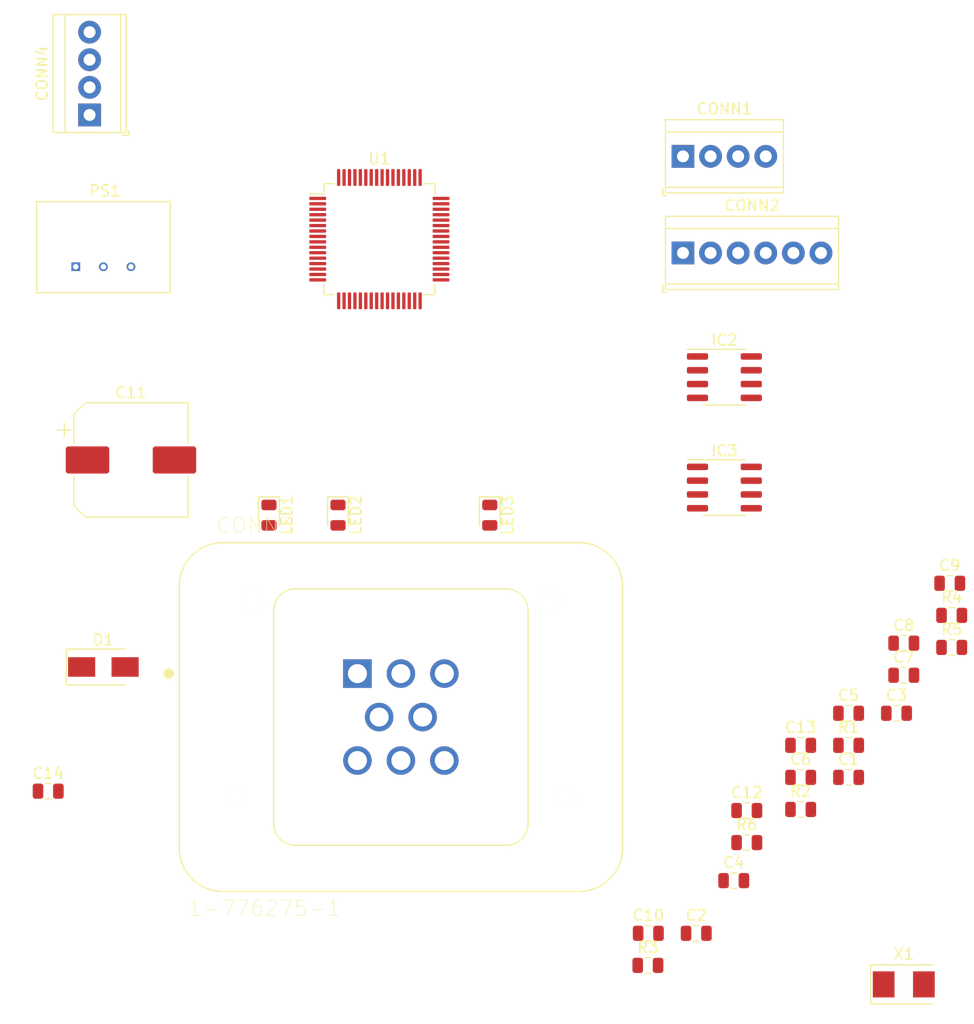
<source format=kicad_pcb>
(kicad_pcb (version 20171130) (host pcbnew "(5.1.5-0-10_14)")

  (general
    (thickness 1.6)
    (drawings 0)
    (tracks 0)
    (zones 0)
    (modules 33)
    (nets 77)
  )

  (page A4)
  (layers
    (0 F.Cu signal)
    (31 B.Cu signal)
    (32 B.Adhes user)
    (33 F.Adhes user)
    (34 B.Paste user)
    (35 F.Paste user)
    (36 B.SilkS user)
    (37 F.SilkS user)
    (38 B.Mask user)
    (39 F.Mask user)
    (40 Dwgs.User user)
    (41 Cmts.User user)
    (42 Eco1.User user)
    (43 Eco2.User user)
    (44 Edge.Cuts user)
    (45 Margin user)
    (46 B.CrtYd user)
    (47 F.CrtYd user)
    (48 B.Fab user)
    (49 F.Fab user)
  )

  (setup
    (last_trace_width 0.25)
    (trace_clearance 0.2)
    (zone_clearance 0.508)
    (zone_45_only no)
    (trace_min 0.2)
    (via_size 0.8)
    (via_drill 0.4)
    (via_min_size 0.4)
    (via_min_drill 0.3)
    (uvia_size 0.3)
    (uvia_drill 0.1)
    (uvias_allowed no)
    (uvia_min_size 0.2)
    (uvia_min_drill 0.1)
    (edge_width 0.1)
    (segment_width 0.2)
    (pcb_text_width 0.3)
    (pcb_text_size 1.5 1.5)
    (mod_edge_width 0.15)
    (mod_text_size 1 1)
    (mod_text_width 0.15)
    (pad_size 1.524 1.524)
    (pad_drill 0.762)
    (pad_to_mask_clearance 0)
    (aux_axis_origin 0 0)
    (visible_elements FFFFFF7F)
    (pcbplotparams
      (layerselection 0x010fc_ffffffff)
      (usegerberextensions false)
      (usegerberattributes false)
      (usegerberadvancedattributes false)
      (creategerberjobfile false)
      (excludeedgelayer true)
      (linewidth 0.100000)
      (plotframeref false)
      (viasonmask false)
      (mode 1)
      (useauxorigin false)
      (hpglpennumber 1)
      (hpglpenspeed 20)
      (hpglpendiameter 15.000000)
      (psnegative false)
      (psa4output false)
      (plotreference true)
      (plotvalue true)
      (plotinvisibletext false)
      (padsonsilk false)
      (subtractmaskfromsilk false)
      (outputformat 1)
      (mirror false)
      (drillshape 1)
      (scaleselection 1)
      (outputdirectory ""))
  )

  (net 0 "")
  (net 1 GND)
  (net 2 "Net-(C1-Pad1)")
  (net 3 "Net-(C2-Pad1)")
  (net 4 "Net-(C3-Pad1)")
  (net 5 /VCC_3V3)
  (net 6 "Net-(C6-Pad1)")
  (net 7 "Net-(C7-Pad1)")
  (net 8 "Net-(C11-Pad1)")
  (net 9 "Net-(C13-Pad1)")
  (net 10 /SWDIO)
  (net 11 /SWCLK)
  (net 12 "Net-(CONN2-Pad6)")
  (net 13 "Net-(CONN2-Pad5)")
  (net 14 /USART1_Tx)
  (net 15 /USART1_Rx)
  (net 16 "Net-(CONN2-Pad2)")
  (net 17 /CAN2H)
  (net 18 /CAN1L)
  (net 19 /CAN1H)
  (net 20 /12VIN)
  (net 21 "Net-(CONN4-Pad3)")
  (net 22 "Net-(CONN4-Pad2)")
  (net 23 /CANH)
  (net 24 /CANL)
  (net 25 /CAN1_Rx)
  (net 26 /CAN1_Tx)
  (net 27 /CAN2_Rx)
  (net 28 /CAN2_Tx)
  (net 29 "Net-(LED1-Pad2)")
  (net 30 "Net-(LED2-Pad2)")
  (net 31 "Net-(LED3-Pad2)")
  (net 32 "Net-(R1-Pad2)")
  (net 33 "Net-(R2-Pad2)")
  (net 34 "Net-(R6-Pad1)")
  (net 35 "Net-(U1-Pad64)")
  (net 36 "Net-(U1-Pad63)")
  (net 37 "Net-(U1-Pad62)")
  (net 38 "Net-(U1-Pad61)")
  (net 39 /BOOT0)
  (net 40 "Net-(U1-Pad59)")
  (net 41 "Net-(U1-Pad58)")
  (net 42 "Net-(U1-Pad57)")
  (net 43 "Net-(U1-Pad56)")
  (net 44 "Net-(U1-Pad55)")
  (net 45 "Net-(U1-Pad54)")
  (net 46 "Net-(U1-Pad53)")
  (net 47 "Net-(U1-Pad52)")
  (net 48 "Net-(U1-Pad51)")
  (net 49 "Net-(U1-Pad50)")
  (net 50 "Net-(U1-Pad41)")
  (net 51 "Net-(U1-Pad40)")
  (net 52 "Net-(U1-Pad39)")
  (net 53 "Net-(U1-Pad38)")
  (net 54 "Net-(U1-Pad37)")
  (net 55 "Net-(U1-Pad36)")
  (net 56 "Net-(U1-Pad35)")
  (net 57 "Net-(U1-Pad30)")
  (net 58 "Net-(U1-Pad29)")
  (net 59 "Net-(U1-Pad26)")
  (net 60 "Net-(U1-Pad25)")
  (net 61 "Net-(U1-Pad24)")
  (net 62 "Net-(U1-Pad23)")
  (net 63 "Net-(U1-Pad22)")
  (net 64 "Net-(U1-Pad21)")
  (net 65 "Net-(U1-Pad20)")
  (net 66 "Net-(U1-Pad17)")
  (net 67 "Net-(U1-Pad16)")
  (net 68 "Net-(U1-Pad15)")
  (net 69 "Net-(U1-Pad14)")
  (net 70 "Net-(U1-Pad11)")
  (net 71 "Net-(U1-Pad10)")
  (net 72 "Net-(U1-Pad9)")
  (net 73 "Net-(U1-Pad8)")
  (net 74 "Net-(U1-Pad4)")
  (net 75 "Net-(U1-Pad3)")
  (net 76 "Net-(U1-Pad2)")

  (net_class Default "This is the default net class."
    (clearance 0.2)
    (trace_width 0.25)
    (via_dia 0.8)
    (via_drill 0.4)
    (uvia_dia 0.3)
    (uvia_drill 0.1)
    (add_net /12VIN)
    (add_net /BOOT0)
    (add_net /CAN1H)
    (add_net /CAN1L)
    (add_net /CAN1_Rx)
    (add_net /CAN1_Tx)
    (add_net /CAN2H)
    (add_net /CAN2_Rx)
    (add_net /CAN2_Tx)
    (add_net /CANH)
    (add_net /CANL)
    (add_net /SWCLK)
    (add_net /SWDIO)
    (add_net /USART1_Rx)
    (add_net /USART1_Tx)
    (add_net /VCC_3V3)
    (add_net GND)
    (add_net "Net-(C1-Pad1)")
    (add_net "Net-(C11-Pad1)")
    (add_net "Net-(C13-Pad1)")
    (add_net "Net-(C2-Pad1)")
    (add_net "Net-(C3-Pad1)")
    (add_net "Net-(C6-Pad1)")
    (add_net "Net-(C7-Pad1)")
    (add_net "Net-(CONN2-Pad2)")
    (add_net "Net-(CONN2-Pad5)")
    (add_net "Net-(CONN2-Pad6)")
    (add_net "Net-(CONN4-Pad2)")
    (add_net "Net-(CONN4-Pad3)")
    (add_net "Net-(LED1-Pad2)")
    (add_net "Net-(LED2-Pad2)")
    (add_net "Net-(LED3-Pad2)")
    (add_net "Net-(R1-Pad2)")
    (add_net "Net-(R2-Pad2)")
    (add_net "Net-(R6-Pad1)")
    (add_net "Net-(U1-Pad10)")
    (add_net "Net-(U1-Pad11)")
    (add_net "Net-(U1-Pad14)")
    (add_net "Net-(U1-Pad15)")
    (add_net "Net-(U1-Pad16)")
    (add_net "Net-(U1-Pad17)")
    (add_net "Net-(U1-Pad2)")
    (add_net "Net-(U1-Pad20)")
    (add_net "Net-(U1-Pad21)")
    (add_net "Net-(U1-Pad22)")
    (add_net "Net-(U1-Pad23)")
    (add_net "Net-(U1-Pad24)")
    (add_net "Net-(U1-Pad25)")
    (add_net "Net-(U1-Pad26)")
    (add_net "Net-(U1-Pad29)")
    (add_net "Net-(U1-Pad3)")
    (add_net "Net-(U1-Pad30)")
    (add_net "Net-(U1-Pad35)")
    (add_net "Net-(U1-Pad36)")
    (add_net "Net-(U1-Pad37)")
    (add_net "Net-(U1-Pad38)")
    (add_net "Net-(U1-Pad39)")
    (add_net "Net-(U1-Pad4)")
    (add_net "Net-(U1-Pad40)")
    (add_net "Net-(U1-Pad41)")
    (add_net "Net-(U1-Pad50)")
    (add_net "Net-(U1-Pad51)")
    (add_net "Net-(U1-Pad52)")
    (add_net "Net-(U1-Pad53)")
    (add_net "Net-(U1-Pad54)")
    (add_net "Net-(U1-Pad55)")
    (add_net "Net-(U1-Pad56)")
    (add_net "Net-(U1-Pad57)")
    (add_net "Net-(U1-Pad58)")
    (add_net "Net-(U1-Pad59)")
    (add_net "Net-(U1-Pad61)")
    (add_net "Net-(U1-Pad62)")
    (add_net "Net-(U1-Pad63)")
    (add_net "Net-(U1-Pad64)")
    (add_net "Net-(U1-Pad8)")
    (add_net "Net-(U1-Pad9)")
  )

  (module 1-776275-1:TE_1-776275-1 (layer F.Cu) (tedit 0) (tstamp 5E5EB578)
    (at 118.82 69.38)
    (path /5ECE2106)
    (fp_text reference CONN3 (at -13.4518 -17.6493) (layer F.SilkS)
      (effects (font (size 1.40082 1.40082) (thickness 0.05)))
    )
    (fp_text value 1-776275-1 (at -12.5553 17.6116) (layer F.SilkS)
      (effects (font (size 1.40005 1.40005) (thickness 0.05)))
    )
    (fp_arc (start -16.65 -12.3) (end -20.65 -12.3) (angle 90) (layer Eco1.User) (width 0.05))
    (fp_line (start 16.65 -16.3) (end -16.65 -16.3) (layer Eco1.User) (width 0.05))
    (fp_arc (start 16.65 -12.3) (end 16.65 -16.3) (angle 90) (layer Eco1.User) (width 0.05))
    (fp_line (start 20.65 12.3) (end 20.65 -12.3) (layer Eco1.User) (width 0.05))
    (fp_arc (start 16.65 12.3) (end 20.65 12.3) (angle 90) (layer Eco1.User) (width 0.05))
    (fp_line (start -16.65 16.3) (end 16.65 16.3) (layer Eco1.User) (width 0.05))
    (fp_arc (start -16.65 12.3) (end -16.65 16.3) (angle 90) (layer Eco1.User) (width 0.05))
    (fp_line (start -20.65 -12.3) (end -20.65 12.3) (layer Eco1.User) (width 0.05))
    (fp_arc (start 9.7 9.8) (end 9.7 11.8) (angle -90) (layer Eco2.User) (width 0.127))
    (fp_line (start 11.7 -9.8) (end 11.7 9.8) (layer Eco2.User) (width 0.127))
    (fp_arc (start 9.7 -9.8) (end 11.7 -9.8) (angle -90) (layer Eco2.User) (width 0.127))
    (fp_line (start -9.7 -11.8) (end 9.7 -11.8) (layer Eco2.User) (width 0.127))
    (fp_arc (start -9.7 -9.8) (end -9.7 -11.8) (angle -90) (layer Eco2.User) (width 0.127))
    (fp_line (start -11.7 9.8) (end -11.7 -9.8) (layer Eco2.User) (width 0.127))
    (fp_arc (start -9.7 9.8) (end -11.7 9.8) (angle -90) (layer Eco2.User) (width 0.127))
    (fp_line (start 9.7 11.8) (end -9.7 11.8) (layer Eco2.User) (width 0.127))
    (fp_arc (start -16.4 -12.05) (end -20.4 -12.05) (angle 90) (layer Eco2.User) (width 0.127))
    (fp_line (start 16.4 -16.05) (end -16.4 -16.05) (layer Eco2.User) (width 0.127))
    (fp_arc (start 16.4 -12.05) (end 16.4 -16.05) (angle 90) (layer Eco2.User) (width 0.127))
    (fp_line (start 20.4 12.05) (end 20.4 -12.05) (layer Eco2.User) (width 0.127))
    (fp_arc (start 16.4 12.05) (end 20.4 12.05) (angle 90) (layer Eco2.User) (width 0.127))
    (fp_line (start -16.4 16.05) (end 16.4 16.05) (layer Eco2.User) (width 0.127))
    (fp_arc (start -16.4 12.05) (end -16.4 16.05) (angle 90) (layer Eco2.User) (width 0.127))
    (fp_line (start -20.4 -12.05) (end -20.4 12.05) (layer Eco2.User) (width 0.127))
    (fp_circle (center -21.365 -4) (end -21.115 -4) (layer F.SilkS) (width 0.5))
    (fp_arc (start 9.7 9.8) (end 9.7 11.8) (angle -90) (layer F.SilkS) (width 0.127))
    (fp_line (start 11.7 -9.8) (end 11.7 9.8) (layer F.SilkS) (width 0.127))
    (fp_arc (start 9.7 -9.8) (end 11.7 -9.8) (angle -90) (layer F.SilkS) (width 0.127))
    (fp_line (start -9.7 -11.8) (end 9.7 -11.8) (layer F.SilkS) (width 0.127))
    (fp_arc (start -9.7 -9.8) (end -9.7 -11.8) (angle -90) (layer F.SilkS) (width 0.127))
    (fp_line (start -11.7 9.8) (end -11.7 -9.8) (layer F.SilkS) (width 0.127))
    (fp_arc (start -9.7 9.8) (end -11.7 9.8) (angle -90) (layer F.SilkS) (width 0.127))
    (fp_line (start 9.7 11.8) (end -9.7 11.8) (layer F.SilkS) (width 0.127))
    (fp_arc (start -16.4 -12.05) (end -20.4 -12.05) (angle 90) (layer F.SilkS) (width 0.127))
    (fp_line (start 16.4 -16.05) (end -16.4 -16.05) (layer F.SilkS) (width 0.127))
    (fp_arc (start 16.4 -12.05) (end 16.4 -16.05) (angle 90) (layer F.SilkS) (width 0.127))
    (fp_line (start 20.4 12.05) (end 20.4 -12.05) (layer F.SilkS) (width 0.127))
    (fp_arc (start 16.4 12.05) (end 20.4 12.05) (angle 90) (layer F.SilkS) (width 0.127))
    (fp_line (start -16.4 16.05) (end 16.4 16.05) (layer F.SilkS) (width 0.127))
    (fp_arc (start -16.4 12.05) (end -16.4 16.05) (angle 90) (layer F.SilkS) (width 0.127))
    (fp_line (start -20.4 -12.05) (end -20.4 12.05) (layer F.SilkS) (width 0.127))
    (pad Hole np_thru_hole circle (at 15.2 7.3) (size 2 2) (drill 2) (layers *.Cu *.Mask F.SilkS))
    (pad Hole np_thru_hole circle (at -15.2 7.3) (size 2 2) (drill 2) (layers *.Cu *.Mask F.SilkS))
    (pad Hole np_thru_hole circle (at 13.7 -10.8) (size 2 2) (drill 2) (layers *.Cu *.Mask F.SilkS))
    (pad Hole np_thru_hole circle (at -13.7 -10.8) (size 2 2) (drill 2) (layers *.Cu *.Mask F.SilkS))
    (pad 8 thru_hole circle (at 4 4) (size 2.625 2.625) (drill 1.75) (layers *.Cu *.Mask)
      (net 17 /CAN2H))
    (pad 7 thru_hole circle (at 0 4) (size 2.625 2.625) (drill 1.75) (layers *.Cu *.Mask)
      (net 18 /CAN1L))
    (pad 6 thru_hole circle (at -4 4) (size 2.625 2.625) (drill 1.75) (layers *.Cu *.Mask)
      (net 1 GND))
    (pad 5 thru_hole circle (at 2 0) (size 2.625 2.625) (drill 1.75) (layers *.Cu *.Mask)
      (net 1 GND))
    (pad 4 thru_hole circle (at -2 0) (size 2.625 2.625) (drill 1.75) (layers *.Cu *.Mask)
      (net 1 GND))
    (pad 3 thru_hole circle (at 4 -4) (size 2.625 2.625) (drill 1.75) (layers *.Cu *.Mask)
      (net 17 /CAN2H))
    (pad 2 thru_hole circle (at 0 -4) (size 2.625 2.625) (drill 1.75) (layers *.Cu *.Mask)
      (net 19 /CAN1H))
    (pad 1 thru_hole rect (at -4 -4) (size 2.625 2.625) (drill 1.75) (layers *.Cu *.Mask)
      (net 20 /12VIN))
  )

  (module Capacitor_SMD:CP_Elec_10x10 (layer F.Cu) (tedit 5BCA39D1) (tstamp 5E5EB4B4)
    (at 93.98 45.72)
    (descr "SMD capacitor, aluminum electrolytic, Nichicon, 10.0x10.0mm")
    (tags "capacitor electrolytic")
    (path /5E5DC3FE)
    (attr smd)
    (fp_text reference C11 (at 0 -6.2) (layer F.SilkS)
      (effects (font (size 1 1) (thickness 0.15)))
    )
    (fp_text value "470uF 25V" (at 0 6.2) (layer F.Fab)
      (effects (font (size 1 1) (thickness 0.15)))
    )
    (fp_text user %R (at 0 0 180) (layer F.Fab)
      (effects (font (size 1 1) (thickness 0.15)))
    )
    (fp_line (start -6.25 1.5) (end -5.4 1.5) (layer F.CrtYd) (width 0.05))
    (fp_line (start -6.25 -1.5) (end -6.25 1.5) (layer F.CrtYd) (width 0.05))
    (fp_line (start -5.4 -1.5) (end -6.25 -1.5) (layer F.CrtYd) (width 0.05))
    (fp_line (start -5.4 1.5) (end -5.4 4.25) (layer F.CrtYd) (width 0.05))
    (fp_line (start -5.4 -4.25) (end -5.4 -1.5) (layer F.CrtYd) (width 0.05))
    (fp_line (start -5.4 -4.25) (end -4.25 -5.4) (layer F.CrtYd) (width 0.05))
    (fp_line (start -5.4 4.25) (end -4.25 5.4) (layer F.CrtYd) (width 0.05))
    (fp_line (start -4.25 -5.4) (end 5.4 -5.4) (layer F.CrtYd) (width 0.05))
    (fp_line (start -4.25 5.4) (end 5.4 5.4) (layer F.CrtYd) (width 0.05))
    (fp_line (start 5.4 1.5) (end 5.4 5.4) (layer F.CrtYd) (width 0.05))
    (fp_line (start 6.25 1.5) (end 5.4 1.5) (layer F.CrtYd) (width 0.05))
    (fp_line (start 6.25 -1.5) (end 6.25 1.5) (layer F.CrtYd) (width 0.05))
    (fp_line (start 5.4 -1.5) (end 6.25 -1.5) (layer F.CrtYd) (width 0.05))
    (fp_line (start 5.4 -5.4) (end 5.4 -1.5) (layer F.CrtYd) (width 0.05))
    (fp_line (start -6.125 -3.385) (end -6.125 -2.135) (layer F.SilkS) (width 0.12))
    (fp_line (start -6.75 -2.76) (end -5.5 -2.76) (layer F.SilkS) (width 0.12))
    (fp_line (start -5.26 4.195563) (end -4.195563 5.26) (layer F.SilkS) (width 0.12))
    (fp_line (start -5.26 -4.195563) (end -4.195563 -5.26) (layer F.SilkS) (width 0.12))
    (fp_line (start -5.26 -4.195563) (end -5.26 -1.51) (layer F.SilkS) (width 0.12))
    (fp_line (start -5.26 4.195563) (end -5.26 1.51) (layer F.SilkS) (width 0.12))
    (fp_line (start -4.195563 5.26) (end 5.26 5.26) (layer F.SilkS) (width 0.12))
    (fp_line (start -4.195563 -5.26) (end 5.26 -5.26) (layer F.SilkS) (width 0.12))
    (fp_line (start 5.26 -5.26) (end 5.26 -1.51) (layer F.SilkS) (width 0.12))
    (fp_line (start 5.26 5.26) (end 5.26 1.51) (layer F.SilkS) (width 0.12))
    (fp_line (start -4.058325 -2.2) (end -4.058325 -1.2) (layer F.Fab) (width 0.1))
    (fp_line (start -4.558325 -1.7) (end -3.558325 -1.7) (layer F.Fab) (width 0.1))
    (fp_line (start -5.15 4.15) (end -4.15 5.15) (layer F.Fab) (width 0.1))
    (fp_line (start -5.15 -4.15) (end -4.15 -5.15) (layer F.Fab) (width 0.1))
    (fp_line (start -5.15 -4.15) (end -5.15 4.15) (layer F.Fab) (width 0.1))
    (fp_line (start -4.15 5.15) (end 5.15 5.15) (layer F.Fab) (width 0.1))
    (fp_line (start -4.15 -5.15) (end 5.15 -5.15) (layer F.Fab) (width 0.1))
    (fp_line (start 5.15 -5.15) (end 5.15 5.15) (layer F.Fab) (width 0.1))
    (fp_circle (center 0 0) (end 5 0) (layer F.Fab) (width 0.1))
    (pad 2 smd roundrect (at 4 0) (size 4 2.5) (layers F.Cu F.Paste F.Mask) (roundrect_rratio 0.1)
      (net 1 GND))
    (pad 1 smd roundrect (at -4 0) (size 4 2.5) (layers F.Cu F.Paste F.Mask) (roundrect_rratio 0.1)
      (net 8 "Net-(C11-Pad1)"))
    (model ${KISYS3DMOD}/Capacitor_SMD.3dshapes/CP_Elec_10x10.wrl
      (at (xyz 0 0 0))
      (scale (xyz 1 1 1))
      (rotate (xyz 0 0 0))
    )
  )

  (module Crystal:Crystal_SMD_5032-2Pin_5.0x3.2mm (layer F.Cu) (tedit 5A0FD1B2) (tstamp 5E5EB720)
    (at 165.1 93.98)
    (descr "SMD Crystal SERIES SMD2520/2 http://www.icbase.com/File/PDF/HKC/HKC00061008.pdf, 5.0x3.2mm^2 package")
    (tags "SMD SMT crystal")
    (path /5EABE687)
    (attr smd)
    (fp_text reference X1 (at 0 -2.8) (layer F.SilkS)
      (effects (font (size 1 1) (thickness 0.15)))
    )
    (fp_text value 8MHz (at 0 2.8) (layer F.Fab)
      (effects (font (size 1 1) (thickness 0.15)))
    )
    (fp_circle (center 0 0) (end 0.093333 0) (layer F.Adhes) (width 0.186667))
    (fp_circle (center 0 0) (end 0.213333 0) (layer F.Adhes) (width 0.133333))
    (fp_circle (center 0 0) (end 0.333333 0) (layer F.Adhes) (width 0.133333))
    (fp_circle (center 0 0) (end 0.4 0) (layer F.Adhes) (width 0.1))
    (fp_line (start 3.1 -1.9) (end -3.1 -1.9) (layer F.CrtYd) (width 0.05))
    (fp_line (start 3.1 1.9) (end 3.1 -1.9) (layer F.CrtYd) (width 0.05))
    (fp_line (start -3.1 1.9) (end 3.1 1.9) (layer F.CrtYd) (width 0.05))
    (fp_line (start -3.1 -1.9) (end -3.1 1.9) (layer F.CrtYd) (width 0.05))
    (fp_line (start -3.05 1.8) (end 2.7 1.8) (layer F.SilkS) (width 0.12))
    (fp_line (start -3.05 -1.8) (end -3.05 1.8) (layer F.SilkS) (width 0.12))
    (fp_line (start 2.7 -1.8) (end -3.05 -1.8) (layer F.SilkS) (width 0.12))
    (fp_line (start -2.5 0.6) (end -1.5 1.6) (layer F.Fab) (width 0.1))
    (fp_line (start -2.5 -1.4) (end -2.3 -1.6) (layer F.Fab) (width 0.1))
    (fp_line (start -2.5 1.4) (end -2.5 -1.4) (layer F.Fab) (width 0.1))
    (fp_line (start -2.3 1.6) (end -2.5 1.4) (layer F.Fab) (width 0.1))
    (fp_line (start 2.3 1.6) (end -2.3 1.6) (layer F.Fab) (width 0.1))
    (fp_line (start 2.5 1.4) (end 2.3 1.6) (layer F.Fab) (width 0.1))
    (fp_line (start 2.5 -1.4) (end 2.5 1.4) (layer F.Fab) (width 0.1))
    (fp_line (start 2.3 -1.6) (end 2.5 -1.4) (layer F.Fab) (width 0.1))
    (fp_line (start -2.3 -1.6) (end 2.3 -1.6) (layer F.Fab) (width 0.1))
    (fp_text user %R (at 0 0) (layer F.Fab)
      (effects (font (size 1 1) (thickness 0.15)))
    )
    (pad 2 smd rect (at 1.85 0) (size 2 2.4) (layers F.Cu F.Paste F.Mask)
      (net 4 "Net-(C3-Pad1)"))
    (pad 1 smd rect (at -1.85 0) (size 2 2.4) (layers F.Cu F.Paste F.Mask)
      (net 3 "Net-(C2-Pad1)"))
    (model ${KISYS3DMOD}/Crystal.3dshapes/Crystal_SMD_5032-2Pin_5.0x3.2mm.wrl
      (at (xyz 0 0 0))
      (scale (xyz 1 1 1))
      (rotate (xyz 0 0 0))
    )
  )

  (module Package_QFP:LQFP-64_10x10mm_P0.5mm (layer F.Cu) (tedit 5D9F72AF) (tstamp 5E5EB705)
    (at 116.84 25.4)
    (descr "LQFP, 64 Pin (https://www.analog.com/media/en/technical-documentation/data-sheets/ad7606_7606-6_7606-4.pdf), generated with kicad-footprint-generator ipc_gullwing_generator.py")
    (tags "LQFP QFP")
    (path /5E5CD081)
    (attr smd)
    (fp_text reference U1 (at 0 -7.4) (layer F.SilkS)
      (effects (font (size 1 1) (thickness 0.15)))
    )
    (fp_text value "STM32F105RBT6 CPU" (at 0 7.4) (layer F.Fab)
      (effects (font (size 1 1) (thickness 0.15)))
    )
    (fp_text user %R (at 0 0) (layer F.Fab)
      (effects (font (size 1 1) (thickness 0.15)))
    )
    (fp_line (start 6.7 4.15) (end 6.7 0) (layer F.CrtYd) (width 0.05))
    (fp_line (start 5.25 4.15) (end 6.7 4.15) (layer F.CrtYd) (width 0.05))
    (fp_line (start 5.25 5.25) (end 5.25 4.15) (layer F.CrtYd) (width 0.05))
    (fp_line (start 4.15 5.25) (end 5.25 5.25) (layer F.CrtYd) (width 0.05))
    (fp_line (start 4.15 6.7) (end 4.15 5.25) (layer F.CrtYd) (width 0.05))
    (fp_line (start 0 6.7) (end 4.15 6.7) (layer F.CrtYd) (width 0.05))
    (fp_line (start -6.7 4.15) (end -6.7 0) (layer F.CrtYd) (width 0.05))
    (fp_line (start -5.25 4.15) (end -6.7 4.15) (layer F.CrtYd) (width 0.05))
    (fp_line (start -5.25 5.25) (end -5.25 4.15) (layer F.CrtYd) (width 0.05))
    (fp_line (start -4.15 5.25) (end -5.25 5.25) (layer F.CrtYd) (width 0.05))
    (fp_line (start -4.15 6.7) (end -4.15 5.25) (layer F.CrtYd) (width 0.05))
    (fp_line (start 0 6.7) (end -4.15 6.7) (layer F.CrtYd) (width 0.05))
    (fp_line (start 6.7 -4.15) (end 6.7 0) (layer F.CrtYd) (width 0.05))
    (fp_line (start 5.25 -4.15) (end 6.7 -4.15) (layer F.CrtYd) (width 0.05))
    (fp_line (start 5.25 -5.25) (end 5.25 -4.15) (layer F.CrtYd) (width 0.05))
    (fp_line (start 4.15 -5.25) (end 5.25 -5.25) (layer F.CrtYd) (width 0.05))
    (fp_line (start 4.15 -6.7) (end 4.15 -5.25) (layer F.CrtYd) (width 0.05))
    (fp_line (start 0 -6.7) (end 4.15 -6.7) (layer F.CrtYd) (width 0.05))
    (fp_line (start -6.7 -4.15) (end -6.7 0) (layer F.CrtYd) (width 0.05))
    (fp_line (start -5.25 -4.15) (end -6.7 -4.15) (layer F.CrtYd) (width 0.05))
    (fp_line (start -5.25 -5.25) (end -5.25 -4.15) (layer F.CrtYd) (width 0.05))
    (fp_line (start -4.15 -5.25) (end -5.25 -5.25) (layer F.CrtYd) (width 0.05))
    (fp_line (start -4.15 -6.7) (end -4.15 -5.25) (layer F.CrtYd) (width 0.05))
    (fp_line (start 0 -6.7) (end -4.15 -6.7) (layer F.CrtYd) (width 0.05))
    (fp_line (start -5 -4) (end -4 -5) (layer F.Fab) (width 0.1))
    (fp_line (start -5 5) (end -5 -4) (layer F.Fab) (width 0.1))
    (fp_line (start 5 5) (end -5 5) (layer F.Fab) (width 0.1))
    (fp_line (start 5 -5) (end 5 5) (layer F.Fab) (width 0.1))
    (fp_line (start -4 -5) (end 5 -5) (layer F.Fab) (width 0.1))
    (fp_line (start -5.11 -4.16) (end -6.45 -4.16) (layer F.SilkS) (width 0.12))
    (fp_line (start -5.11 -5.11) (end -5.11 -4.16) (layer F.SilkS) (width 0.12))
    (fp_line (start -4.16 -5.11) (end -5.11 -5.11) (layer F.SilkS) (width 0.12))
    (fp_line (start 5.11 -5.11) (end 5.11 -4.16) (layer F.SilkS) (width 0.12))
    (fp_line (start 4.16 -5.11) (end 5.11 -5.11) (layer F.SilkS) (width 0.12))
    (fp_line (start -5.11 5.11) (end -5.11 4.16) (layer F.SilkS) (width 0.12))
    (fp_line (start -4.16 5.11) (end -5.11 5.11) (layer F.SilkS) (width 0.12))
    (fp_line (start 5.11 5.11) (end 5.11 4.16) (layer F.SilkS) (width 0.12))
    (fp_line (start 4.16 5.11) (end 5.11 5.11) (layer F.SilkS) (width 0.12))
    (pad 64 smd roundrect (at -3.75 -5.675) (size 0.3 1.55) (layers F.Cu F.Paste F.Mask) (roundrect_rratio 0.25)
      (net 35 "Net-(U1-Pad64)"))
    (pad 63 smd roundrect (at -3.25 -5.675) (size 0.3 1.55) (layers F.Cu F.Paste F.Mask) (roundrect_rratio 0.25)
      (net 36 "Net-(U1-Pad63)"))
    (pad 62 smd roundrect (at -2.75 -5.675) (size 0.3 1.55) (layers F.Cu F.Paste F.Mask) (roundrect_rratio 0.25)
      (net 37 "Net-(U1-Pad62)"))
    (pad 61 smd roundrect (at -2.25 -5.675) (size 0.3 1.55) (layers F.Cu F.Paste F.Mask) (roundrect_rratio 0.25)
      (net 38 "Net-(U1-Pad61)"))
    (pad 60 smd roundrect (at -1.75 -5.675) (size 0.3 1.55) (layers F.Cu F.Paste F.Mask) (roundrect_rratio 0.25)
      (net 39 /BOOT0))
    (pad 59 smd roundrect (at -1.25 -5.675) (size 0.3 1.55) (layers F.Cu F.Paste F.Mask) (roundrect_rratio 0.25)
      (net 40 "Net-(U1-Pad59)"))
    (pad 58 smd roundrect (at -0.75 -5.675) (size 0.3 1.55) (layers F.Cu F.Paste F.Mask) (roundrect_rratio 0.25)
      (net 41 "Net-(U1-Pad58)"))
    (pad 57 smd roundrect (at -0.25 -5.675) (size 0.3 1.55) (layers F.Cu F.Paste F.Mask) (roundrect_rratio 0.25)
      (net 42 "Net-(U1-Pad57)"))
    (pad 56 smd roundrect (at 0.25 -5.675) (size 0.3 1.55) (layers F.Cu F.Paste F.Mask) (roundrect_rratio 0.25)
      (net 43 "Net-(U1-Pad56)"))
    (pad 55 smd roundrect (at 0.75 -5.675) (size 0.3 1.55) (layers F.Cu F.Paste F.Mask) (roundrect_rratio 0.25)
      (net 44 "Net-(U1-Pad55)"))
    (pad 54 smd roundrect (at 1.25 -5.675) (size 0.3 1.55) (layers F.Cu F.Paste F.Mask) (roundrect_rratio 0.25)
      (net 45 "Net-(U1-Pad54)"))
    (pad 53 smd roundrect (at 1.75 -5.675) (size 0.3 1.55) (layers F.Cu F.Paste F.Mask) (roundrect_rratio 0.25)
      (net 46 "Net-(U1-Pad53)"))
    (pad 52 smd roundrect (at 2.25 -5.675) (size 0.3 1.55) (layers F.Cu F.Paste F.Mask) (roundrect_rratio 0.25)
      (net 47 "Net-(U1-Pad52)"))
    (pad 51 smd roundrect (at 2.75 -5.675) (size 0.3 1.55) (layers F.Cu F.Paste F.Mask) (roundrect_rratio 0.25)
      (net 48 "Net-(U1-Pad51)"))
    (pad 50 smd roundrect (at 3.25 -5.675) (size 0.3 1.55) (layers F.Cu F.Paste F.Mask) (roundrect_rratio 0.25)
      (net 49 "Net-(U1-Pad50)"))
    (pad 49 smd roundrect (at 3.75 -5.675) (size 0.3 1.55) (layers F.Cu F.Paste F.Mask) (roundrect_rratio 0.25)
      (net 11 /SWCLK))
    (pad 48 smd roundrect (at 5.675 -3.75) (size 1.55 0.3) (layers F.Cu F.Paste F.Mask) (roundrect_rratio 0.25)
      (net 5 /VCC_3V3))
    (pad 47 smd roundrect (at 5.675 -3.25) (size 1.55 0.3) (layers F.Cu F.Paste F.Mask) (roundrect_rratio 0.25)
      (net 1 GND))
    (pad 46 smd roundrect (at 5.675 -2.75) (size 1.55 0.3) (layers F.Cu F.Paste F.Mask) (roundrect_rratio 0.25)
      (net 10 /SWDIO))
    (pad 45 smd roundrect (at 5.675 -2.25) (size 1.55 0.3) (layers F.Cu F.Paste F.Mask) (roundrect_rratio 0.25)
      (net 26 /CAN1_Tx))
    (pad 44 smd roundrect (at 5.675 -1.75) (size 1.55 0.3) (layers F.Cu F.Paste F.Mask) (roundrect_rratio 0.25)
      (net 25 /CAN1_Rx))
    (pad 43 smd roundrect (at 5.675 -1.25) (size 1.55 0.3) (layers F.Cu F.Paste F.Mask) (roundrect_rratio 0.25)
      (net 15 /USART1_Rx))
    (pad 42 smd roundrect (at 5.675 -0.75) (size 1.55 0.3) (layers F.Cu F.Paste F.Mask) (roundrect_rratio 0.25)
      (net 14 /USART1_Tx))
    (pad 41 smd roundrect (at 5.675 -0.25) (size 1.55 0.3) (layers F.Cu F.Paste F.Mask) (roundrect_rratio 0.25)
      (net 50 "Net-(U1-Pad41)"))
    (pad 40 smd roundrect (at 5.675 0.25) (size 1.55 0.3) (layers F.Cu F.Paste F.Mask) (roundrect_rratio 0.25)
      (net 51 "Net-(U1-Pad40)"))
    (pad 39 smd roundrect (at 5.675 0.75) (size 1.55 0.3) (layers F.Cu F.Paste F.Mask) (roundrect_rratio 0.25)
      (net 52 "Net-(U1-Pad39)"))
    (pad 38 smd roundrect (at 5.675 1.25) (size 1.55 0.3) (layers F.Cu F.Paste F.Mask) (roundrect_rratio 0.25)
      (net 53 "Net-(U1-Pad38)"))
    (pad 37 smd roundrect (at 5.675 1.75) (size 1.55 0.3) (layers F.Cu F.Paste F.Mask) (roundrect_rratio 0.25)
      (net 54 "Net-(U1-Pad37)"))
    (pad 36 smd roundrect (at 5.675 2.25) (size 1.55 0.3) (layers F.Cu F.Paste F.Mask) (roundrect_rratio 0.25)
      (net 55 "Net-(U1-Pad36)"))
    (pad 35 smd roundrect (at 5.675 2.75) (size 1.55 0.3) (layers F.Cu F.Paste F.Mask) (roundrect_rratio 0.25)
      (net 56 "Net-(U1-Pad35)"))
    (pad 34 smd roundrect (at 5.675 3.25) (size 1.55 0.3) (layers F.Cu F.Paste F.Mask) (roundrect_rratio 0.25)
      (net 28 /CAN2_Tx))
    (pad 33 smd roundrect (at 5.675 3.75) (size 1.55 0.3) (layers F.Cu F.Paste F.Mask) (roundrect_rratio 0.25)
      (net 27 /CAN2_Rx))
    (pad 32 smd roundrect (at 3.75 5.675) (size 0.3 1.55) (layers F.Cu F.Paste F.Mask) (roundrect_rratio 0.25)
      (net 5 /VCC_3V3))
    (pad 31 smd roundrect (at 3.25 5.675) (size 0.3 1.55) (layers F.Cu F.Paste F.Mask) (roundrect_rratio 0.25)
      (net 1 GND))
    (pad 30 smd roundrect (at 2.75 5.675) (size 0.3 1.55) (layers F.Cu F.Paste F.Mask) (roundrect_rratio 0.25)
      (net 57 "Net-(U1-Pad30)"))
    (pad 29 smd roundrect (at 2.25 5.675) (size 0.3 1.55) (layers F.Cu F.Paste F.Mask) (roundrect_rratio 0.25)
      (net 58 "Net-(U1-Pad29)"))
    (pad 28 smd roundrect (at 1.75 5.675) (size 0.3 1.55) (layers F.Cu F.Paste F.Mask) (roundrect_rratio 0.25)
      (net 33 "Net-(R2-Pad2)"))
    (pad 27 smd roundrect (at 1.25 5.675) (size 0.3 1.55) (layers F.Cu F.Paste F.Mask) (roundrect_rratio 0.25)
      (net 32 "Net-(R1-Pad2)"))
    (pad 26 smd roundrect (at 0.75 5.675) (size 0.3 1.55) (layers F.Cu F.Paste F.Mask) (roundrect_rratio 0.25)
      (net 59 "Net-(U1-Pad26)"))
    (pad 25 smd roundrect (at 0.25 5.675) (size 0.3 1.55) (layers F.Cu F.Paste F.Mask) (roundrect_rratio 0.25)
      (net 60 "Net-(U1-Pad25)"))
    (pad 24 smd roundrect (at -0.25 5.675) (size 0.3 1.55) (layers F.Cu F.Paste F.Mask) (roundrect_rratio 0.25)
      (net 61 "Net-(U1-Pad24)"))
    (pad 23 smd roundrect (at -0.75 5.675) (size 0.3 1.55) (layers F.Cu F.Paste F.Mask) (roundrect_rratio 0.25)
      (net 62 "Net-(U1-Pad23)"))
    (pad 22 smd roundrect (at -1.25 5.675) (size 0.3 1.55) (layers F.Cu F.Paste F.Mask) (roundrect_rratio 0.25)
      (net 63 "Net-(U1-Pad22)"))
    (pad 21 smd roundrect (at -1.75 5.675) (size 0.3 1.55) (layers F.Cu F.Paste F.Mask) (roundrect_rratio 0.25)
      (net 64 "Net-(U1-Pad21)"))
    (pad 20 smd roundrect (at -2.25 5.675) (size 0.3 1.55) (layers F.Cu F.Paste F.Mask) (roundrect_rratio 0.25)
      (net 65 "Net-(U1-Pad20)"))
    (pad 19 smd roundrect (at -2.75 5.675) (size 0.3 1.55) (layers F.Cu F.Paste F.Mask) (roundrect_rratio 0.25)
      (net 7 "Net-(C7-Pad1)"))
    (pad 18 smd roundrect (at -3.25 5.675) (size 0.3 1.55) (layers F.Cu F.Paste F.Mask) (roundrect_rratio 0.25)
      (net 1 GND))
    (pad 17 smd roundrect (at -3.75 5.675) (size 0.3 1.55) (layers F.Cu F.Paste F.Mask) (roundrect_rratio 0.25)
      (net 66 "Net-(U1-Pad17)"))
    (pad 16 smd roundrect (at -5.675 3.75) (size 1.55 0.3) (layers F.Cu F.Paste F.Mask) (roundrect_rratio 0.25)
      (net 67 "Net-(U1-Pad16)"))
    (pad 15 smd roundrect (at -5.675 3.25) (size 1.55 0.3) (layers F.Cu F.Paste F.Mask) (roundrect_rratio 0.25)
      (net 68 "Net-(U1-Pad15)"))
    (pad 14 smd roundrect (at -5.675 2.75) (size 1.55 0.3) (layers F.Cu F.Paste F.Mask) (roundrect_rratio 0.25)
      (net 69 "Net-(U1-Pad14)"))
    (pad 13 smd roundrect (at -5.675 2.25) (size 1.55 0.3) (layers F.Cu F.Paste F.Mask) (roundrect_rratio 0.25)
      (net 6 "Net-(C6-Pad1)"))
    (pad 12 smd roundrect (at -5.675 1.75) (size 1.55 0.3) (layers F.Cu F.Paste F.Mask) (roundrect_rratio 0.25)
      (net 5 /VCC_3V3))
    (pad 11 smd roundrect (at -5.675 1.25) (size 1.55 0.3) (layers F.Cu F.Paste F.Mask) (roundrect_rratio 0.25)
      (net 70 "Net-(U1-Pad11)"))
    (pad 10 smd roundrect (at -5.675 0.75) (size 1.55 0.3) (layers F.Cu F.Paste F.Mask) (roundrect_rratio 0.25)
      (net 71 "Net-(U1-Pad10)"))
    (pad 9 smd roundrect (at -5.675 0.25) (size 1.55 0.3) (layers F.Cu F.Paste F.Mask) (roundrect_rratio 0.25)
      (net 72 "Net-(U1-Pad9)"))
    (pad 8 smd roundrect (at -5.675 -0.25) (size 1.55 0.3) (layers F.Cu F.Paste F.Mask) (roundrect_rratio 0.25)
      (net 73 "Net-(U1-Pad8)"))
    (pad 7 smd roundrect (at -5.675 -0.75) (size 1.55 0.3) (layers F.Cu F.Paste F.Mask) (roundrect_rratio 0.25)
      (net 2 "Net-(C1-Pad1)"))
    (pad 6 smd roundrect (at -5.675 -1.25) (size 1.55 0.3) (layers F.Cu F.Paste F.Mask) (roundrect_rratio 0.25)
      (net 3 "Net-(C2-Pad1)"))
    (pad 5 smd roundrect (at -5.675 -1.75) (size 1.55 0.3) (layers F.Cu F.Paste F.Mask) (roundrect_rratio 0.25)
      (net 4 "Net-(C3-Pad1)"))
    (pad 4 smd roundrect (at -5.675 -2.25) (size 1.55 0.3) (layers F.Cu F.Paste F.Mask) (roundrect_rratio 0.25)
      (net 74 "Net-(U1-Pad4)"))
    (pad 3 smd roundrect (at -5.675 -2.75) (size 1.55 0.3) (layers F.Cu F.Paste F.Mask) (roundrect_rratio 0.25)
      (net 75 "Net-(U1-Pad3)"))
    (pad 2 smd roundrect (at -5.675 -3.25) (size 1.55 0.3) (layers F.Cu F.Paste F.Mask) (roundrect_rratio 0.25)
      (net 76 "Net-(U1-Pad2)"))
    (pad 1 smd roundrect (at -5.675 -3.75) (size 1.55 0.3) (layers F.Cu F.Paste F.Mask) (roundrect_rratio 0.25)
      (net 5 /VCC_3V3))
    (model ${KISYS3DMOD}/Package_QFP.3dshapes/LQFP-64_10x10mm_P0.5mm.wrl
      (at (xyz 0 0 0))
      (scale (xyz 1 1 1))
      (rotate (xyz 0 0 0))
    )
  )

  (module Resistor_SMD:R_0805_2012Metric (layer F.Cu) (tedit 5B36C52B) (tstamp 5E5EB69A)
    (at 150.65 80.93)
    (descr "Resistor SMD 0805 (2012 Metric), square (rectangular) end terminal, IPC_7351 nominal, (Body size source: https://docs.google.com/spreadsheets/d/1BsfQQcO9C6DZCsRaXUlFlo91Tg2WpOkGARC1WS5S8t0/edit?usp=sharing), generated with kicad-footprint-generator")
    (tags resistor)
    (path /5E626B74)
    (attr smd)
    (fp_text reference R6 (at 0 -1.65) (layer F.SilkS)
      (effects (font (size 1 1) (thickness 0.15)))
    )
    (fp_text value 10K (at 0 1.65) (layer F.Fab)
      (effects (font (size 1 1) (thickness 0.15)))
    )
    (fp_text user %R (at 0 0) (layer F.Fab)
      (effects (font (size 0.5 0.5) (thickness 0.08)))
    )
    (fp_line (start 1.68 0.95) (end -1.68 0.95) (layer F.CrtYd) (width 0.05))
    (fp_line (start 1.68 -0.95) (end 1.68 0.95) (layer F.CrtYd) (width 0.05))
    (fp_line (start -1.68 -0.95) (end 1.68 -0.95) (layer F.CrtYd) (width 0.05))
    (fp_line (start -1.68 0.95) (end -1.68 -0.95) (layer F.CrtYd) (width 0.05))
    (fp_line (start -0.258578 0.71) (end 0.258578 0.71) (layer F.SilkS) (width 0.12))
    (fp_line (start -0.258578 -0.71) (end 0.258578 -0.71) (layer F.SilkS) (width 0.12))
    (fp_line (start 1 0.6) (end -1 0.6) (layer F.Fab) (width 0.1))
    (fp_line (start 1 -0.6) (end 1 0.6) (layer F.Fab) (width 0.1))
    (fp_line (start -1 -0.6) (end 1 -0.6) (layer F.Fab) (width 0.1))
    (fp_line (start -1 0.6) (end -1 -0.6) (layer F.Fab) (width 0.1))
    (pad 2 smd roundrect (at 0.9375 0) (size 0.975 1.4) (layers F.Cu F.Paste F.Mask) (roundrect_rratio 0.25)
      (net 21 "Net-(CONN4-Pad3)"))
    (pad 1 smd roundrect (at -0.9375 0) (size 0.975 1.4) (layers F.Cu F.Paste F.Mask) (roundrect_rratio 0.25)
      (net 34 "Net-(R6-Pad1)"))
    (model ${KISYS3DMOD}/Resistor_SMD.3dshapes/R_0805_2012Metric.wrl
      (at (xyz 0 0 0))
      (scale (xyz 1 1 1))
      (rotate (xyz 0 0 0))
    )
  )

  (module Resistor_SMD:R_0805_2012Metric (layer F.Cu) (tedit 5B36C52B) (tstamp 5E5EB689)
    (at 169.51 62.97)
    (descr "Resistor SMD 0805 (2012 Metric), square (rectangular) end terminal, IPC_7351 nominal, (Body size source: https://docs.google.com/spreadsheets/d/1BsfQQcO9C6DZCsRaXUlFlo91Tg2WpOkGARC1WS5S8t0/edit?usp=sharing), generated with kicad-footprint-generator")
    (tags resistor)
    (path /5E5D3766)
    (attr smd)
    (fp_text reference R5 (at 0 -1.65) (layer F.SilkS)
      (effects (font (size 1 1) (thickness 0.15)))
    )
    (fp_text value 1K (at 0 1.65) (layer F.Fab)
      (effects (font (size 1 1) (thickness 0.15)))
    )
    (fp_text user %R (at 0 0) (layer F.Fab)
      (effects (font (size 0.5 0.5) (thickness 0.08)))
    )
    (fp_line (start 1.68 0.95) (end -1.68 0.95) (layer F.CrtYd) (width 0.05))
    (fp_line (start 1.68 -0.95) (end 1.68 0.95) (layer F.CrtYd) (width 0.05))
    (fp_line (start -1.68 -0.95) (end 1.68 -0.95) (layer F.CrtYd) (width 0.05))
    (fp_line (start -1.68 0.95) (end -1.68 -0.95) (layer F.CrtYd) (width 0.05))
    (fp_line (start -0.258578 0.71) (end 0.258578 0.71) (layer F.SilkS) (width 0.12))
    (fp_line (start -0.258578 -0.71) (end 0.258578 -0.71) (layer F.SilkS) (width 0.12))
    (fp_line (start 1 0.6) (end -1 0.6) (layer F.Fab) (width 0.1))
    (fp_line (start 1 -0.6) (end 1 0.6) (layer F.Fab) (width 0.1))
    (fp_line (start -1 -0.6) (end 1 -0.6) (layer F.Fab) (width 0.1))
    (fp_line (start -1 0.6) (end -1 -0.6) (layer F.Fab) (width 0.1))
    (pad 2 smd roundrect (at 0.9375 0) (size 0.975 1.4) (layers F.Cu F.Paste F.Mask) (roundrect_rratio 0.25)
      (net 9 "Net-(C13-Pad1)"))
    (pad 1 smd roundrect (at -0.9375 0) (size 0.975 1.4) (layers F.Cu F.Paste F.Mask) (roundrect_rratio 0.25)
      (net 31 "Net-(LED3-Pad2)"))
    (model ${KISYS3DMOD}/Resistor_SMD.3dshapes/R_0805_2012Metric.wrl
      (at (xyz 0 0 0))
      (scale (xyz 1 1 1))
      (rotate (xyz 0 0 0))
    )
  )

  (module Resistor_SMD:R_0805_2012Metric (layer F.Cu) (tedit 5B36C52B) (tstamp 5E5EB678)
    (at 169.51 60.02)
    (descr "Resistor SMD 0805 (2012 Metric), square (rectangular) end terminal, IPC_7351 nominal, (Body size source: https://docs.google.com/spreadsheets/d/1BsfQQcO9C6DZCsRaXUlFlo91Tg2WpOkGARC1WS5S8t0/edit?usp=sharing), generated with kicad-footprint-generator")
    (tags resistor)
    (path /5E756805)
    (attr smd)
    (fp_text reference R4 (at 0 -1.65) (layer F.SilkS)
      (effects (font (size 1 1) (thickness 0.15)))
    )
    (fp_text value 120R (at 0 1.65) (layer F.Fab)
      (effects (font (size 1 1) (thickness 0.15)))
    )
    (fp_text user %R (at 0 0) (layer F.Fab)
      (effects (font (size 0.5 0.5) (thickness 0.08)))
    )
    (fp_line (start 1.68 0.95) (end -1.68 0.95) (layer F.CrtYd) (width 0.05))
    (fp_line (start 1.68 -0.95) (end 1.68 0.95) (layer F.CrtYd) (width 0.05))
    (fp_line (start -1.68 -0.95) (end 1.68 -0.95) (layer F.CrtYd) (width 0.05))
    (fp_line (start -1.68 0.95) (end -1.68 -0.95) (layer F.CrtYd) (width 0.05))
    (fp_line (start -0.258578 0.71) (end 0.258578 0.71) (layer F.SilkS) (width 0.12))
    (fp_line (start -0.258578 -0.71) (end 0.258578 -0.71) (layer F.SilkS) (width 0.12))
    (fp_line (start 1 0.6) (end -1 0.6) (layer F.Fab) (width 0.1))
    (fp_line (start 1 -0.6) (end 1 0.6) (layer F.Fab) (width 0.1))
    (fp_line (start -1 -0.6) (end 1 -0.6) (layer F.Fab) (width 0.1))
    (fp_line (start -1 0.6) (end -1 -0.6) (layer F.Fab) (width 0.1))
    (pad 2 smd roundrect (at 0.9375 0) (size 0.975 1.4) (layers F.Cu F.Paste F.Mask) (roundrect_rratio 0.25)
      (net 24 /CANL))
    (pad 1 smd roundrect (at -0.9375 0) (size 0.975 1.4) (layers F.Cu F.Paste F.Mask) (roundrect_rratio 0.25)
      (net 23 /CANH))
    (model ${KISYS3DMOD}/Resistor_SMD.3dshapes/R_0805_2012Metric.wrl
      (at (xyz 0 0 0))
      (scale (xyz 1 1 1))
      (rotate (xyz 0 0 0))
    )
  )

  (module Resistor_SMD:R_0805_2012Metric (layer F.Cu) (tedit 5B36C52B) (tstamp 5E5EB667)
    (at 141.55 92.23)
    (descr "Resistor SMD 0805 (2012 Metric), square (rectangular) end terminal, IPC_7351 nominal, (Body size source: https://docs.google.com/spreadsheets/d/1BsfQQcO9C6DZCsRaXUlFlo91Tg2WpOkGARC1WS5S8t0/edit?usp=sharing), generated with kicad-footprint-generator")
    (tags resistor)
    (path /5E5F3277)
    (attr smd)
    (fp_text reference R3 (at 0 -1.65) (layer F.SilkS)
      (effects (font (size 1 1) (thickness 0.15)))
    )
    (fp_text value 120R (at 0 1.65) (layer F.Fab)
      (effects (font (size 1 1) (thickness 0.15)))
    )
    (fp_text user %R (at 0 0) (layer F.Fab)
      (effects (font (size 0.5 0.5) (thickness 0.08)))
    )
    (fp_line (start 1.68 0.95) (end -1.68 0.95) (layer F.CrtYd) (width 0.05))
    (fp_line (start 1.68 -0.95) (end 1.68 0.95) (layer F.CrtYd) (width 0.05))
    (fp_line (start -1.68 -0.95) (end 1.68 -0.95) (layer F.CrtYd) (width 0.05))
    (fp_line (start -1.68 0.95) (end -1.68 -0.95) (layer F.CrtYd) (width 0.05))
    (fp_line (start -0.258578 0.71) (end 0.258578 0.71) (layer F.SilkS) (width 0.12))
    (fp_line (start -0.258578 -0.71) (end 0.258578 -0.71) (layer F.SilkS) (width 0.12))
    (fp_line (start 1 0.6) (end -1 0.6) (layer F.Fab) (width 0.1))
    (fp_line (start 1 -0.6) (end 1 0.6) (layer F.Fab) (width 0.1))
    (fp_line (start -1 -0.6) (end 1 -0.6) (layer F.Fab) (width 0.1))
    (fp_line (start -1 0.6) (end -1 -0.6) (layer F.Fab) (width 0.1))
    (pad 2 smd roundrect (at 0.9375 0) (size 0.975 1.4) (layers F.Cu F.Paste F.Mask) (roundrect_rratio 0.25)
      (net 24 /CANL))
    (pad 1 smd roundrect (at -0.9375 0) (size 0.975 1.4) (layers F.Cu F.Paste F.Mask) (roundrect_rratio 0.25)
      (net 23 /CANH))
    (model ${KISYS3DMOD}/Resistor_SMD.3dshapes/R_0805_2012Metric.wrl
      (at (xyz 0 0 0))
      (scale (xyz 1 1 1))
      (rotate (xyz 0 0 0))
    )
  )

  (module Resistor_SMD:R_0805_2012Metric (layer F.Cu) (tedit 5B36C52B) (tstamp 5E5EB656)
    (at 155.61 77.88)
    (descr "Resistor SMD 0805 (2012 Metric), square (rectangular) end terminal, IPC_7351 nominal, (Body size source: https://docs.google.com/spreadsheets/d/1BsfQQcO9C6DZCsRaXUlFlo91Tg2WpOkGARC1WS5S8t0/edit?usp=sharing), generated with kicad-footprint-generator")
    (tags resistor)
    (path /5EA46440)
    (attr smd)
    (fp_text reference R2 (at 0 -1.65) (layer F.SilkS)
      (effects (font (size 1 1) (thickness 0.15)))
    )
    (fp_text value 1K (at 0 1.65) (layer F.Fab)
      (effects (font (size 1 1) (thickness 0.15)))
    )
    (fp_text user %R (at 0 0) (layer F.Fab)
      (effects (font (size 0.5 0.5) (thickness 0.08)))
    )
    (fp_line (start 1.68 0.95) (end -1.68 0.95) (layer F.CrtYd) (width 0.05))
    (fp_line (start 1.68 -0.95) (end 1.68 0.95) (layer F.CrtYd) (width 0.05))
    (fp_line (start -1.68 -0.95) (end 1.68 -0.95) (layer F.CrtYd) (width 0.05))
    (fp_line (start -1.68 0.95) (end -1.68 -0.95) (layer F.CrtYd) (width 0.05))
    (fp_line (start -0.258578 0.71) (end 0.258578 0.71) (layer F.SilkS) (width 0.12))
    (fp_line (start -0.258578 -0.71) (end 0.258578 -0.71) (layer F.SilkS) (width 0.12))
    (fp_line (start 1 0.6) (end -1 0.6) (layer F.Fab) (width 0.1))
    (fp_line (start 1 -0.6) (end 1 0.6) (layer F.Fab) (width 0.1))
    (fp_line (start -1 -0.6) (end 1 -0.6) (layer F.Fab) (width 0.1))
    (fp_line (start -1 0.6) (end -1 -0.6) (layer F.Fab) (width 0.1))
    (pad 2 smd roundrect (at 0.9375 0) (size 0.975 1.4) (layers F.Cu F.Paste F.Mask) (roundrect_rratio 0.25)
      (net 33 "Net-(R2-Pad2)"))
    (pad 1 smd roundrect (at -0.9375 0) (size 0.975 1.4) (layers F.Cu F.Paste F.Mask) (roundrect_rratio 0.25)
      (net 30 "Net-(LED2-Pad2)"))
    (model ${KISYS3DMOD}/Resistor_SMD.3dshapes/R_0805_2012Metric.wrl
      (at (xyz 0 0 0))
      (scale (xyz 1 1 1))
      (rotate (xyz 0 0 0))
    )
  )

  (module Resistor_SMD:R_0805_2012Metric (layer F.Cu) (tedit 5B36C52B) (tstamp 5E5EB645)
    (at 160.02 71.98)
    (descr "Resistor SMD 0805 (2012 Metric), square (rectangular) end terminal, IPC_7351 nominal, (Body size source: https://docs.google.com/spreadsheets/d/1BsfQQcO9C6DZCsRaXUlFlo91Tg2WpOkGARC1WS5S8t0/edit?usp=sharing), generated with kicad-footprint-generator")
    (tags resistor)
    (path /5EA43D77)
    (attr smd)
    (fp_text reference R1 (at 0 -1.65) (layer F.SilkS)
      (effects (font (size 1 1) (thickness 0.15)))
    )
    (fp_text value 1K (at 0 1.65) (layer F.Fab)
      (effects (font (size 1 1) (thickness 0.15)))
    )
    (fp_text user %R (at 0 0) (layer F.Fab)
      (effects (font (size 0.5 0.5) (thickness 0.08)))
    )
    (fp_line (start 1.68 0.95) (end -1.68 0.95) (layer F.CrtYd) (width 0.05))
    (fp_line (start 1.68 -0.95) (end 1.68 0.95) (layer F.CrtYd) (width 0.05))
    (fp_line (start -1.68 -0.95) (end 1.68 -0.95) (layer F.CrtYd) (width 0.05))
    (fp_line (start -1.68 0.95) (end -1.68 -0.95) (layer F.CrtYd) (width 0.05))
    (fp_line (start -0.258578 0.71) (end 0.258578 0.71) (layer F.SilkS) (width 0.12))
    (fp_line (start -0.258578 -0.71) (end 0.258578 -0.71) (layer F.SilkS) (width 0.12))
    (fp_line (start 1 0.6) (end -1 0.6) (layer F.Fab) (width 0.1))
    (fp_line (start 1 -0.6) (end 1 0.6) (layer F.Fab) (width 0.1))
    (fp_line (start -1 -0.6) (end 1 -0.6) (layer F.Fab) (width 0.1))
    (fp_line (start -1 0.6) (end -1 -0.6) (layer F.Fab) (width 0.1))
    (pad 2 smd roundrect (at 0.9375 0) (size 0.975 1.4) (layers F.Cu F.Paste F.Mask) (roundrect_rratio 0.25)
      (net 32 "Net-(R1-Pad2)"))
    (pad 1 smd roundrect (at -0.9375 0) (size 0.975 1.4) (layers F.Cu F.Paste F.Mask) (roundrect_rratio 0.25)
      (net 29 "Net-(LED1-Pad2)"))
    (model ${KISYS3DMOD}/Resistor_SMD.3dshapes/R_0805_2012Metric.wrl
      (at (xyz 0 0 0))
      (scale (xyz 1 1 1))
      (rotate (xyz 0 0 0))
    )
  )

  (module Converter_DCDC:SR05S3V3 (layer F.Cu) (tedit 5E5D6D74) (tstamp 5E5EB634)
    (at 91.44 27.94 180)
    (path /5E5DFFAB)
    (fp_text reference PS1 (at -0.127 6.985) (layer F.SilkS)
      (effects (font (size 1 1) (thickness 0.15)))
    )
    (fp_text value SR05S3V3 (at -0.0508 -3.4544) (layer F.Fab)
      (effects (font (size 1 1) (thickness 0.15)))
    )
    (fp_line (start -5.842 5.4864) (end -5.84 -2.032) (layer F.CrtYd) (width 0.05))
    (fp_line (start 5.842 5.4704) (end -5.842 5.4864) (layer F.CrtYd) (width 0.05))
    (fp_line (start 5.84 -2.032) (end 5.842 5.4704) (layer F.CrtYd) (width 0.05))
    (fp_line (start -5.84 -2.032) (end 5.84 -2.032) (layer F.CrtYd) (width 0.05))
    (fp_line (start 6.1468 -2.3876) (end 6.1468 5.9944) (layer F.SilkS) (width 0.12))
    (fp_line (start -6.1468 5.9944) (end -6.1468 -2.3876) (layer F.SilkS) (width 0.12))
    (fp_line (start 6.096 -2.3876) (end -6.1468 -2.3876) (layer F.SilkS) (width 0.12))
    (fp_line (start -6.1468 5.9944) (end 6.1468 5.9944) (layer F.SilkS) (width 0.12))
    (pad 3 thru_hole rect (at 2.54 0 180) (size 0.8 0.8) (drill 0.5) (layers *.Cu *.Mask)
      (net 9 "Net-(C13-Pad1)"))
    (pad 2 thru_hole circle (at 0 0 180) (size 0.8 0.8) (drill 0.5) (layers *.Cu *.Mask)
      (net 1 GND))
    (pad 1 thru_hole circle (at -2.54 0 180) (size 0.8 0.8) (drill 0.5) (layers *.Cu *.Mask)
      (net 8 "Net-(C11-Pad1)"))
  )

  (module LED_SMD:LED_0805_2012Metric (layer F.Cu) (tedit 5B36C52C) (tstamp 5E5EB625)
    (at 127 50.8 270)
    (descr "LED SMD 0805 (2012 Metric), square (rectangular) end terminal, IPC_7351 nominal, (Body size source: https://docs.google.com/spreadsheets/d/1BsfQQcO9C6DZCsRaXUlFlo91Tg2WpOkGARC1WS5S8t0/edit?usp=sharing), generated with kicad-footprint-generator")
    (tags diode)
    (path /5E5D0922)
    (attr smd)
    (fp_text reference LED3 (at 0 -1.65 90) (layer F.SilkS)
      (effects (font (size 1 1) (thickness 0.15)))
    )
    (fp_text value LED (at 0 1.65 90) (layer F.Fab)
      (effects (font (size 1 1) (thickness 0.15)))
    )
    (fp_text user %R (at 3.79 -3.905 90) (layer F.Fab)
      (effects (font (size 0.5 0.5) (thickness 0.08)))
    )
    (fp_line (start 1.68 0.95) (end -1.68 0.95) (layer F.CrtYd) (width 0.05))
    (fp_line (start 1.68 -0.95) (end 1.68 0.95) (layer F.CrtYd) (width 0.05))
    (fp_line (start -1.68 -0.95) (end 1.68 -0.95) (layer F.CrtYd) (width 0.05))
    (fp_line (start -1.68 0.95) (end -1.68 -0.95) (layer F.CrtYd) (width 0.05))
    (fp_line (start -1.685 0.96) (end 1 0.96) (layer F.SilkS) (width 0.12))
    (fp_line (start -1.685 -0.96) (end -1.685 0.96) (layer F.SilkS) (width 0.12))
    (fp_line (start 1 -0.96) (end -1.685 -0.96) (layer F.SilkS) (width 0.12))
    (fp_line (start 1 0.6) (end 1 -0.6) (layer F.Fab) (width 0.1))
    (fp_line (start -1 0.6) (end 1 0.6) (layer F.Fab) (width 0.1))
    (fp_line (start -1 -0.3) (end -1 0.6) (layer F.Fab) (width 0.1))
    (fp_line (start -0.7 -0.6) (end -1 -0.3) (layer F.Fab) (width 0.1))
    (fp_line (start 1 -0.6) (end -0.7 -0.6) (layer F.Fab) (width 0.1))
    (pad 2 smd roundrect (at 0.9375 0 270) (size 0.975 1.4) (layers F.Cu F.Paste F.Mask) (roundrect_rratio 0.25)
      (net 31 "Net-(LED3-Pad2)"))
    (pad 1 smd roundrect (at -0.9375 0 270) (size 0.975 1.4) (layers F.Cu F.Paste F.Mask) (roundrect_rratio 0.25)
      (net 1 GND))
    (model ${KISYS3DMOD}/LED_SMD.3dshapes/LED_0805_2012Metric.wrl
      (at (xyz 0 0 0))
      (scale (xyz 1 1 1))
      (rotate (xyz 0 0 0))
    )
  )

  (module LED_SMD:LED_0805_2012Metric (layer F.Cu) (tedit 5B36C52C) (tstamp 5E5EB612)
    (at 113.03 50.8 270)
    (descr "LED SMD 0805 (2012 Metric), square (rectangular) end terminal, IPC_7351 nominal, (Body size source: https://docs.google.com/spreadsheets/d/1BsfQQcO9C6DZCsRaXUlFlo91Tg2WpOkGARC1WS5S8t0/edit?usp=sharing), generated with kicad-footprint-generator")
    (tags diode)
    (path /5EA3822A)
    (attr smd)
    (fp_text reference LED2 (at 0 -1.65 90) (layer F.SilkS)
      (effects (font (size 1 1) (thickness 0.15)))
    )
    (fp_text value LED (at 0 1.65 90) (layer F.Fab)
      (effects (font (size 1 1) (thickness 0.15)))
    )
    (fp_text user %R (at 0 0.535 90) (layer F.Fab)
      (effects (font (size 0.5 0.5) (thickness 0.08)))
    )
    (fp_line (start 1.68 0.95) (end -1.68 0.95) (layer F.CrtYd) (width 0.05))
    (fp_line (start 1.68 -0.95) (end 1.68 0.95) (layer F.CrtYd) (width 0.05))
    (fp_line (start -1.68 -0.95) (end 1.68 -0.95) (layer F.CrtYd) (width 0.05))
    (fp_line (start -1.68 0.95) (end -1.68 -0.95) (layer F.CrtYd) (width 0.05))
    (fp_line (start -1.685 0.96) (end 1 0.96) (layer F.SilkS) (width 0.12))
    (fp_line (start -1.685 -0.96) (end -1.685 0.96) (layer F.SilkS) (width 0.12))
    (fp_line (start 1 -0.96) (end -1.685 -0.96) (layer F.SilkS) (width 0.12))
    (fp_line (start 1 0.6) (end 1 -0.6) (layer F.Fab) (width 0.1))
    (fp_line (start -1 0.6) (end 1 0.6) (layer F.Fab) (width 0.1))
    (fp_line (start -1 -0.3) (end -1 0.6) (layer F.Fab) (width 0.1))
    (fp_line (start -0.7 -0.6) (end -1 -0.3) (layer F.Fab) (width 0.1))
    (fp_line (start 1 -0.6) (end -0.7 -0.6) (layer F.Fab) (width 0.1))
    (pad 2 smd roundrect (at 0.9375 0 270) (size 0.975 1.4) (layers F.Cu F.Paste F.Mask) (roundrect_rratio 0.25)
      (net 30 "Net-(LED2-Pad2)"))
    (pad 1 smd roundrect (at -0.9375 0 270) (size 0.975 1.4) (layers F.Cu F.Paste F.Mask) (roundrect_rratio 0.25)
      (net 1 GND))
    (model ${KISYS3DMOD}/LED_SMD.3dshapes/LED_0805_2012Metric.wrl
      (at (xyz 0 0 0))
      (scale (xyz 1 1 1))
      (rotate (xyz 0 0 0))
    )
  )

  (module LED_SMD:LED_0805_2012Metric (layer F.Cu) (tedit 5B36C52C) (tstamp 5E5EB5FF)
    (at 106.68 50.8 270)
    (descr "LED SMD 0805 (2012 Metric), square (rectangular) end terminal, IPC_7351 nominal, (Body size source: https://docs.google.com/spreadsheets/d/1BsfQQcO9C6DZCsRaXUlFlo91Tg2WpOkGARC1WS5S8t0/edit?usp=sharing), generated with kicad-footprint-generator")
    (tags diode)
    (path /5EA369CF)
    (attr smd)
    (fp_text reference LED1 (at 0 -1.65 90) (layer F.SilkS)
      (effects (font (size 1 1) (thickness 0.15)))
    )
    (fp_text value LED (at 0 1.65 90) (layer F.Fab)
      (effects (font (size 1 1) (thickness 0.15)))
    )
    (fp_text user %R (at 0 0 90) (layer F.Fab)
      (effects (font (size 0.5 0.5) (thickness 0.08)))
    )
    (fp_line (start 1.68 0.95) (end -1.68 0.95) (layer F.CrtYd) (width 0.05))
    (fp_line (start 1.68 -0.95) (end 1.68 0.95) (layer F.CrtYd) (width 0.05))
    (fp_line (start -1.68 -0.95) (end 1.68 -0.95) (layer F.CrtYd) (width 0.05))
    (fp_line (start -1.68 0.95) (end -1.68 -0.95) (layer F.CrtYd) (width 0.05))
    (fp_line (start -1.685 0.96) (end 1 0.96) (layer F.SilkS) (width 0.12))
    (fp_line (start -1.685 -0.96) (end -1.685 0.96) (layer F.SilkS) (width 0.12))
    (fp_line (start 1 -0.96) (end -1.685 -0.96) (layer F.SilkS) (width 0.12))
    (fp_line (start 1 0.6) (end 1 -0.6) (layer F.Fab) (width 0.1))
    (fp_line (start -1 0.6) (end 1 0.6) (layer F.Fab) (width 0.1))
    (fp_line (start -1 -0.3) (end -1 0.6) (layer F.Fab) (width 0.1))
    (fp_line (start -0.7 -0.6) (end -1 -0.3) (layer F.Fab) (width 0.1))
    (fp_line (start 1 -0.6) (end -0.7 -0.6) (layer F.Fab) (width 0.1))
    (pad 2 smd roundrect (at 0.9375 0 270) (size 0.975 1.4) (layers F.Cu F.Paste F.Mask) (roundrect_rratio 0.25)
      (net 29 "Net-(LED1-Pad2)"))
    (pad 1 smd roundrect (at -0.9375 0 270) (size 0.975 1.4) (layers F.Cu F.Paste F.Mask) (roundrect_rratio 0.25)
      (net 1 GND))
    (model ${KISYS3DMOD}/LED_SMD.3dshapes/LED_0805_2012Metric.wrl
      (at (xyz 0 0 0))
      (scale (xyz 1 1 1))
      (rotate (xyz 0 0 0))
    )
  )

  (module Package_SO:SOIC-8_3.9x4.9mm_P1.27mm (layer F.Cu) (tedit 5D9F72B1) (tstamp 5E5EB5EC)
    (at 148.59 48.26)
    (descr "SOIC, 8 Pin (JEDEC MS-012AA, https://www.analog.com/media/en/package-pcb-resources/package/pkg_pdf/soic_narrow-r/r_8.pdf), generated with kicad-footprint-generator ipc_gullwing_generator.py")
    (tags "SOIC SO")
    (path /5E7567F8)
    (attr smd)
    (fp_text reference IC3 (at 0 -3.4) (layer F.SilkS)
      (effects (font (size 1 1) (thickness 0.15)))
    )
    (fp_text value SN65HVD234 (at 0 3.4) (layer F.Fab)
      (effects (font (size 1 1) (thickness 0.15)))
    )
    (fp_text user %R (at -0.71 -6.07) (layer F.Fab)
      (effects (font (size 0.98 0.98) (thickness 0.15)))
    )
    (fp_line (start 3.7 -2.7) (end -3.7 -2.7) (layer F.CrtYd) (width 0.05))
    (fp_line (start 3.7 2.7) (end 3.7 -2.7) (layer F.CrtYd) (width 0.05))
    (fp_line (start -3.7 2.7) (end 3.7 2.7) (layer F.CrtYd) (width 0.05))
    (fp_line (start -3.7 -2.7) (end -3.7 2.7) (layer F.CrtYd) (width 0.05))
    (fp_line (start -1.95 -1.475) (end -0.975 -2.45) (layer F.Fab) (width 0.1))
    (fp_line (start -1.95 2.45) (end -1.95 -1.475) (layer F.Fab) (width 0.1))
    (fp_line (start 1.95 2.45) (end -1.95 2.45) (layer F.Fab) (width 0.1))
    (fp_line (start 1.95 -2.45) (end 1.95 2.45) (layer F.Fab) (width 0.1))
    (fp_line (start -0.975 -2.45) (end 1.95 -2.45) (layer F.Fab) (width 0.1))
    (fp_line (start 0 -2.56) (end -3.45 -2.56) (layer F.SilkS) (width 0.12))
    (fp_line (start 0 -2.56) (end 1.95 -2.56) (layer F.SilkS) (width 0.12))
    (fp_line (start 0 2.56) (end -1.95 2.56) (layer F.SilkS) (width 0.12))
    (fp_line (start 0 2.56) (end 1.95 2.56) (layer F.SilkS) (width 0.12))
    (pad 8 smd roundrect (at 2.475 -1.905) (size 1.95 0.6) (layers F.Cu F.Paste F.Mask) (roundrect_rratio 0.25)
      (net 1 GND))
    (pad 7 smd roundrect (at 2.475 -0.635) (size 1.95 0.6) (layers F.Cu F.Paste F.Mask) (roundrect_rratio 0.25)
      (net 23 /CANH))
    (pad 6 smd roundrect (at 2.475 0.635) (size 1.95 0.6) (layers F.Cu F.Paste F.Mask) (roundrect_rratio 0.25)
      (net 24 /CANL))
    (pad 5 smd roundrect (at 2.475 1.905) (size 1.95 0.6) (layers F.Cu F.Paste F.Mask) (roundrect_rratio 0.25)
      (net 5 /VCC_3V3))
    (pad 4 smd roundrect (at -2.475 1.905) (size 1.95 0.6) (layers F.Cu F.Paste F.Mask) (roundrect_rratio 0.25)
      (net 27 /CAN2_Rx))
    (pad 3 smd roundrect (at -2.475 0.635) (size 1.95 0.6) (layers F.Cu F.Paste F.Mask) (roundrect_rratio 0.25)
      (net 5 /VCC_3V3))
    (pad 2 smd roundrect (at -2.475 -0.635) (size 1.95 0.6) (layers F.Cu F.Paste F.Mask) (roundrect_rratio 0.25)
      (net 1 GND))
    (pad 1 smd roundrect (at -2.475 -1.905) (size 1.95 0.6) (layers F.Cu F.Paste F.Mask) (roundrect_rratio 0.25)
      (net 28 /CAN2_Tx))
    (model ${KISYS3DMOD}/Package_SO.3dshapes/SOIC-8_3.9x4.9mm_P1.27mm.wrl
      (at (xyz 0 0 0))
      (scale (xyz 1 1 1))
      (rotate (xyz 0 0 0))
    )
  )

  (module Package_SO:SOIC-8_3.9x4.9mm_P1.27mm (layer F.Cu) (tedit 5D9F72B1) (tstamp 5E5EB5D2)
    (at 148.59 38.1)
    (descr "SOIC, 8 Pin (JEDEC MS-012AA, https://www.analog.com/media/en/package-pcb-resources/package/pkg_pdf/soic_narrow-r/r_8.pdf), generated with kicad-footprint-generator ipc_gullwing_generator.py")
    (tags "SOIC SO")
    (path /5E5F326A)
    (attr smd)
    (fp_text reference IC2 (at 0 -3.4) (layer F.SilkS)
      (effects (font (size 1 1) (thickness 0.15)))
    )
    (fp_text value SN65HVD234 (at 0 3.4) (layer F.Fab)
      (effects (font (size 1 1) (thickness 0.15)))
    )
    (fp_text user %R (at 0 0) (layer F.Fab)
      (effects (font (size 0.98 0.98) (thickness 0.15)))
    )
    (fp_line (start 3.7 -2.7) (end -3.7 -2.7) (layer F.CrtYd) (width 0.05))
    (fp_line (start 3.7 2.7) (end 3.7 -2.7) (layer F.CrtYd) (width 0.05))
    (fp_line (start -3.7 2.7) (end 3.7 2.7) (layer F.CrtYd) (width 0.05))
    (fp_line (start -3.7 -2.7) (end -3.7 2.7) (layer F.CrtYd) (width 0.05))
    (fp_line (start -1.95 -1.475) (end -0.975 -2.45) (layer F.Fab) (width 0.1))
    (fp_line (start -1.95 2.45) (end -1.95 -1.475) (layer F.Fab) (width 0.1))
    (fp_line (start 1.95 2.45) (end -1.95 2.45) (layer F.Fab) (width 0.1))
    (fp_line (start 1.95 -2.45) (end 1.95 2.45) (layer F.Fab) (width 0.1))
    (fp_line (start -0.975 -2.45) (end 1.95 -2.45) (layer F.Fab) (width 0.1))
    (fp_line (start 0 -2.56) (end -3.45 -2.56) (layer F.SilkS) (width 0.12))
    (fp_line (start 0 -2.56) (end 1.95 -2.56) (layer F.SilkS) (width 0.12))
    (fp_line (start 0 2.56) (end -1.95 2.56) (layer F.SilkS) (width 0.12))
    (fp_line (start 0 2.56) (end 1.95 2.56) (layer F.SilkS) (width 0.12))
    (pad 8 smd roundrect (at 2.475 -1.905) (size 1.95 0.6) (layers F.Cu F.Paste F.Mask) (roundrect_rratio 0.25)
      (net 1 GND))
    (pad 7 smd roundrect (at 2.475 -0.635) (size 1.95 0.6) (layers F.Cu F.Paste F.Mask) (roundrect_rratio 0.25)
      (net 23 /CANH))
    (pad 6 smd roundrect (at 2.475 0.635) (size 1.95 0.6) (layers F.Cu F.Paste F.Mask) (roundrect_rratio 0.25)
      (net 24 /CANL))
    (pad 5 smd roundrect (at 2.475 1.905) (size 1.95 0.6) (layers F.Cu F.Paste F.Mask) (roundrect_rratio 0.25)
      (net 5 /VCC_3V3))
    (pad 4 smd roundrect (at -2.475 1.905) (size 1.95 0.6) (layers F.Cu F.Paste F.Mask) (roundrect_rratio 0.25)
      (net 25 /CAN1_Rx))
    (pad 3 smd roundrect (at -2.475 0.635) (size 1.95 0.6) (layers F.Cu F.Paste F.Mask) (roundrect_rratio 0.25)
      (net 5 /VCC_3V3))
    (pad 2 smd roundrect (at -2.475 -0.635) (size 1.95 0.6) (layers F.Cu F.Paste F.Mask) (roundrect_rratio 0.25)
      (net 1 GND))
    (pad 1 smd roundrect (at -2.475 -1.905) (size 1.95 0.6) (layers F.Cu F.Paste F.Mask) (roundrect_rratio 0.25)
      (net 26 /CAN1_Tx))
    (model ${KISYS3DMOD}/Package_SO.3dshapes/SOIC-8_3.9x4.9mm_P1.27mm.wrl
      (at (xyz 0 0 0))
      (scale (xyz 1 1 1))
      (rotate (xyz 0 0 0))
    )
  )

  (module Diode_SMD:D_SMA (layer F.Cu) (tedit 586432E5) (tstamp 5E5EB5B8)
    (at 91.44 64.77)
    (descr "Diode SMA (DO-214AC)")
    (tags "Diode SMA (DO-214AC)")
    (path /5E5D124A)
    (attr smd)
    (fp_text reference D1 (at 0 -2.5) (layer F.SilkS)
      (effects (font (size 1 1) (thickness 0.15)))
    )
    (fp_text value SS54B (at 0 2.6) (layer F.Fab)
      (effects (font (size 1 1) (thickness 0.15)))
    )
    (fp_line (start -3.4 -1.65) (end 2 -1.65) (layer F.SilkS) (width 0.12))
    (fp_line (start -3.4 1.65) (end 2 1.65) (layer F.SilkS) (width 0.12))
    (fp_line (start -0.64944 0.00102) (end 0.50118 -0.79908) (layer F.Fab) (width 0.1))
    (fp_line (start -0.64944 0.00102) (end 0.50118 0.75032) (layer F.Fab) (width 0.1))
    (fp_line (start 0.50118 0.75032) (end 0.50118 -0.79908) (layer F.Fab) (width 0.1))
    (fp_line (start -0.64944 -0.79908) (end -0.64944 0.80112) (layer F.Fab) (width 0.1))
    (fp_line (start 0.50118 0.00102) (end 1.4994 0.00102) (layer F.Fab) (width 0.1))
    (fp_line (start -0.64944 0.00102) (end -1.55114 0.00102) (layer F.Fab) (width 0.1))
    (fp_line (start -3.5 1.75) (end -3.5 -1.75) (layer F.CrtYd) (width 0.05))
    (fp_line (start 3.5 1.75) (end -3.5 1.75) (layer F.CrtYd) (width 0.05))
    (fp_line (start 3.5 -1.75) (end 3.5 1.75) (layer F.CrtYd) (width 0.05))
    (fp_line (start -3.5 -1.75) (end 3.5 -1.75) (layer F.CrtYd) (width 0.05))
    (fp_line (start 2.3 -1.5) (end -2.3 -1.5) (layer F.Fab) (width 0.1))
    (fp_line (start 2.3 -1.5) (end 2.3 1.5) (layer F.Fab) (width 0.1))
    (fp_line (start -2.3 1.5) (end -2.3 -1.5) (layer F.Fab) (width 0.1))
    (fp_line (start 2.3 1.5) (end -2.3 1.5) (layer F.Fab) (width 0.1))
    (fp_line (start -3.4 -1.65) (end -3.4 1.65) (layer F.SilkS) (width 0.12))
    (fp_text user %R (at 0 -2.5) (layer F.Fab)
      (effects (font (size 1 1) (thickness 0.15)))
    )
    (pad 2 smd rect (at 2 0) (size 2.5 1.8) (layers F.Cu F.Paste F.Mask)
      (net 20 /12VIN))
    (pad 1 smd rect (at -2 0) (size 2.5 1.8) (layers F.Cu F.Paste F.Mask)
      (net 8 "Net-(C11-Pad1)"))
    (model ${KISYS3DMOD}/Diode_SMD.3dshapes/D_SMA.wrl
      (at (xyz 0 0 0))
      (scale (xyz 1 1 1))
      (rotate (xyz 0 0 0))
    )
  )

  (module TerminalBlock_TE-Connectivity:TerminalBlock_TE_282834-4_1x04_P2.54mm_Horizontal (layer F.Cu) (tedit 5B1EC513) (tstamp 5E5EB5A0)
    (at 90.17 13.97 90)
    (descr "Terminal Block TE 282834-4, 4 pins, pitch 2.54mm, size 10.620000000000001x6.5mm^2, drill diamater 1.1mm, pad diameter 2.1mm, see http://www.te.com/commerce/DocumentDelivery/DDEController?Action=showdoc&DocId=Customer+Drawing%7F282834%7FC1%7Fpdf%7FEnglish%7FENG_CD_282834_C1.pdf, script-generated using https://github.com/pointhi/kicad-footprint-generator/scripts/TerminalBlock_TE-Connectivity")
    (tags "THT Terminal Block TE 282834-4 pitch 2.54mm size 10.620000000000001x6.5mm^2 drill 1.1mm pad 2.1mm")
    (path /5E6185CE)
    (fp_text reference CONN4 (at 3.81 -4.37 90) (layer F.SilkS)
      (effects (font (size 1 1) (thickness 0.15)))
    )
    (fp_text value Conn_01x04_Male (at 3.81 4.37 90) (layer F.Fab)
      (effects (font (size 1 1) (thickness 0.15)))
    )
    (fp_text user %R (at 3.81 2 90) (layer F.Fab)
      (effects (font (size 1 1) (thickness 0.15)))
    )
    (fp_line (start 9.63 -3.75) (end -2 -3.75) (layer F.CrtYd) (width 0.05))
    (fp_line (start 9.63 3.75) (end 9.63 -3.75) (layer F.CrtYd) (width 0.05))
    (fp_line (start -2 3.75) (end 9.63 3.75) (layer F.CrtYd) (width 0.05))
    (fp_line (start -2 -3.75) (end -2 3.75) (layer F.CrtYd) (width 0.05))
    (fp_line (start -1.86 3.61) (end -1.46 3.61) (layer F.SilkS) (width 0.12))
    (fp_line (start -1.86 2.97) (end -1.86 3.61) (layer F.SilkS) (width 0.12))
    (fp_line (start 8.321 -0.835) (end 6.786 0.7) (layer F.Fab) (width 0.1))
    (fp_line (start 8.455 -0.7) (end 6.92 0.835) (layer F.Fab) (width 0.1))
    (fp_line (start 5.781 -0.835) (end 4.246 0.7) (layer F.Fab) (width 0.1))
    (fp_line (start 5.915 -0.7) (end 4.38 0.835) (layer F.Fab) (width 0.1))
    (fp_line (start 3.241 -0.835) (end 1.706 0.7) (layer F.Fab) (width 0.1))
    (fp_line (start 3.375 -0.7) (end 1.84 0.835) (layer F.Fab) (width 0.1))
    (fp_line (start 0.701 -0.835) (end -0.835 0.7) (layer F.Fab) (width 0.1))
    (fp_line (start 0.835 -0.7) (end -0.701 0.835) (layer F.Fab) (width 0.1))
    (fp_line (start 9.241 -3.37) (end 9.241 3.37) (layer F.SilkS) (width 0.12))
    (fp_line (start -1.62 -3.37) (end -1.62 3.37) (layer F.SilkS) (width 0.12))
    (fp_line (start -1.62 3.37) (end 9.241 3.37) (layer F.SilkS) (width 0.12))
    (fp_line (start -1.62 -3.37) (end 9.241 -3.37) (layer F.SilkS) (width 0.12))
    (fp_line (start -1.62 -2.25) (end 9.241 -2.25) (layer F.SilkS) (width 0.12))
    (fp_line (start -1.5 -2.25) (end 9.12 -2.25) (layer F.Fab) (width 0.1))
    (fp_line (start -1.62 2.85) (end 9.241 2.85) (layer F.SilkS) (width 0.12))
    (fp_line (start -1.5 2.85) (end 9.12 2.85) (layer F.Fab) (width 0.1))
    (fp_line (start -1.5 2.85) (end -1.5 -3.25) (layer F.Fab) (width 0.1))
    (fp_line (start -1.1 3.25) (end -1.5 2.85) (layer F.Fab) (width 0.1))
    (fp_line (start 9.12 3.25) (end -1.1 3.25) (layer F.Fab) (width 0.1))
    (fp_line (start 9.12 -3.25) (end 9.12 3.25) (layer F.Fab) (width 0.1))
    (fp_line (start -1.5 -3.25) (end 9.12 -3.25) (layer F.Fab) (width 0.1))
    (fp_circle (center 7.62 0) (end 8.72 0) (layer F.Fab) (width 0.1))
    (fp_circle (center 5.08 0) (end 6.18 0) (layer F.Fab) (width 0.1))
    (fp_circle (center 2.54 0) (end 3.64 0) (layer F.Fab) (width 0.1))
    (fp_circle (center 0 0) (end 1.1 0) (layer F.Fab) (width 0.1))
    (pad 4 thru_hole circle (at 7.62 0 90) (size 2.1 2.1) (drill 1.1) (layers *.Cu *.Mask)
      (net 5 /VCC_3V3))
    (pad 3 thru_hole circle (at 5.08 0 90) (size 2.1 2.1) (drill 1.1) (layers *.Cu *.Mask)
      (net 21 "Net-(CONN4-Pad3)"))
    (pad 2 thru_hole circle (at 2.54 0 90) (size 2.1 2.1) (drill 1.1) (layers *.Cu *.Mask)
      (net 22 "Net-(CONN4-Pad2)"))
    (pad 1 thru_hole rect (at 0 0 90) (size 2.1 2.1) (drill 1.1) (layers *.Cu *.Mask)
      (net 1 GND))
    (model ${KISYS3DMOD}/TerminalBlock_TE-Connectivity.3dshapes/TerminalBlock_TE_282834-4_1x04_P2.54mm_Horizontal.wrl
      (at (xyz 0 0 0))
      (scale (xyz 1 1 1))
      (rotate (xyz 0 0 0))
    )
  )

  (module TerminalBlock_TE-Connectivity:TerminalBlock_TE_282834-6_1x06_P2.54mm_Horizontal (layer F.Cu) (tedit 5B1EC513) (tstamp 5E5EC2A5)
    (at 144.78 26.67)
    (descr "Terminal Block TE 282834-6, 6 pins, pitch 2.54mm, size 15.7x6.5mm^2, drill diamater 1.1mm, pad diameter 2.1mm, see http://www.te.com/commerce/DocumentDelivery/DDEController?Action=showdoc&DocId=Customer+Drawing%7F282834%7FC1%7Fpdf%7FEnglish%7FENG_CD_282834_C1.pdf, script-generated using https://github.com/pointhi/kicad-footprint-generator/scripts/TerminalBlock_TE-Connectivity")
    (tags "THT Terminal Block TE 282834-6 pitch 2.54mm size 15.7x6.5mm^2 drill 1.1mm pad 2.1mm")
    (path /5EC96B60)
    (fp_text reference CONN2 (at 6.35 -4.37) (layer F.SilkS)
      (effects (font (size 1 1) (thickness 0.15)))
    )
    (fp_text value Conn_01x06_Male (at 6.35 4.37) (layer F.Fab)
      (effects (font (size 1 1) (thickness 0.15)))
    )
    (fp_text user %R (at 6.35 2) (layer F.Fab)
      (effects (font (size 1 1) (thickness 0.15)))
    )
    (fp_line (start 14.7 -3.75) (end -2 -3.75) (layer F.CrtYd) (width 0.05))
    (fp_line (start 14.7 3.75) (end 14.7 -3.75) (layer F.CrtYd) (width 0.05))
    (fp_line (start -2 3.75) (end 14.7 3.75) (layer F.CrtYd) (width 0.05))
    (fp_line (start -2 -3.75) (end -2 3.75) (layer F.CrtYd) (width 0.05))
    (fp_line (start -1.86 3.61) (end -1.46 3.61) (layer F.SilkS) (width 0.12))
    (fp_line (start -1.86 2.97) (end -1.86 3.61) (layer F.SilkS) (width 0.12))
    (fp_line (start 13.401 -0.835) (end 11.866 0.7) (layer F.Fab) (width 0.1))
    (fp_line (start 13.535 -0.7) (end 12 0.835) (layer F.Fab) (width 0.1))
    (fp_line (start 10.861 -0.835) (end 9.326 0.7) (layer F.Fab) (width 0.1))
    (fp_line (start 10.995 -0.7) (end 9.46 0.835) (layer F.Fab) (width 0.1))
    (fp_line (start 8.321 -0.835) (end 6.786 0.7) (layer F.Fab) (width 0.1))
    (fp_line (start 8.455 -0.7) (end 6.92 0.835) (layer F.Fab) (width 0.1))
    (fp_line (start 5.781 -0.835) (end 4.246 0.7) (layer F.Fab) (width 0.1))
    (fp_line (start 5.915 -0.7) (end 4.38 0.835) (layer F.Fab) (width 0.1))
    (fp_line (start 3.241 -0.835) (end 1.706 0.7) (layer F.Fab) (width 0.1))
    (fp_line (start 3.375 -0.7) (end 1.84 0.835) (layer F.Fab) (width 0.1))
    (fp_line (start 0.701 -0.835) (end -0.835 0.7) (layer F.Fab) (width 0.1))
    (fp_line (start 0.835 -0.7) (end -0.701 0.835) (layer F.Fab) (width 0.1))
    (fp_line (start 14.32 -3.37) (end 14.32 3.37) (layer F.SilkS) (width 0.12))
    (fp_line (start -1.62 -3.37) (end -1.62 3.37) (layer F.SilkS) (width 0.12))
    (fp_line (start -1.62 3.37) (end 14.32 3.37) (layer F.SilkS) (width 0.12))
    (fp_line (start -1.62 -3.37) (end 14.32 -3.37) (layer F.SilkS) (width 0.12))
    (fp_line (start -1.62 -2.25) (end 14.32 -2.25) (layer F.SilkS) (width 0.12))
    (fp_line (start -1.5 -2.25) (end 14.2 -2.25) (layer F.Fab) (width 0.1))
    (fp_line (start -1.62 2.85) (end 14.32 2.85) (layer F.SilkS) (width 0.12))
    (fp_line (start -1.5 2.85) (end 14.2 2.85) (layer F.Fab) (width 0.1))
    (fp_line (start -1.5 2.85) (end -1.5 -3.25) (layer F.Fab) (width 0.1))
    (fp_line (start -1.1 3.25) (end -1.5 2.85) (layer F.Fab) (width 0.1))
    (fp_line (start 14.2 3.25) (end -1.1 3.25) (layer F.Fab) (width 0.1))
    (fp_line (start 14.2 -3.25) (end 14.2 3.25) (layer F.Fab) (width 0.1))
    (fp_line (start -1.5 -3.25) (end 14.2 -3.25) (layer F.Fab) (width 0.1))
    (fp_circle (center 12.7 0) (end 13.8 0) (layer F.Fab) (width 0.1))
    (fp_circle (center 10.16 0) (end 11.26 0) (layer F.Fab) (width 0.1))
    (fp_circle (center 7.62 0) (end 8.72 0) (layer F.Fab) (width 0.1))
    (fp_circle (center 5.08 0) (end 6.18 0) (layer F.Fab) (width 0.1))
    (fp_circle (center 2.54 0) (end 3.64 0) (layer F.Fab) (width 0.1))
    (fp_circle (center 0 0) (end 1.1 0) (layer F.Fab) (width 0.1))
    (pad 6 thru_hole circle (at 12.7 0) (size 2.1 2.1) (drill 1.1) (layers *.Cu *.Mask)
      (net 12 "Net-(CONN2-Pad6)"))
    (pad 5 thru_hole circle (at 10.16 0) (size 2.1 2.1) (drill 1.1) (layers *.Cu *.Mask)
      (net 13 "Net-(CONN2-Pad5)"))
    (pad 4 thru_hole circle (at 7.62 0) (size 2.1 2.1) (drill 1.1) (layers *.Cu *.Mask)
      (net 14 /USART1_Tx))
    (pad 3 thru_hole circle (at 5.08 0) (size 2.1 2.1) (drill 1.1) (layers *.Cu *.Mask)
      (net 15 /USART1_Rx))
    (pad 2 thru_hole circle (at 2.54 0) (size 2.1 2.1) (drill 1.1) (layers *.Cu *.Mask)
      (net 16 "Net-(CONN2-Pad2)"))
    (pad 1 thru_hole rect (at 0 0) (size 2.1 2.1) (drill 1.1) (layers *.Cu *.Mask)
      (net 1 GND))
    (model ${KISYS3DMOD}/TerminalBlock_TE-Connectivity.3dshapes/TerminalBlock_TE_282834-6_1x06_P2.54mm_Horizontal.wrl
      (at (xyz 0 0 0))
      (scale (xyz 1 1 1))
      (rotate (xyz 0 0 0))
    )
  )

  (module TerminalBlock_TE-Connectivity:TerminalBlock_TE_282834-4_1x04_P2.54mm_Horizontal (layer F.Cu) (tedit 5B1EC513) (tstamp 5E5EB50F)
    (at 144.78 17.78)
    (descr "Terminal Block TE 282834-4, 4 pins, pitch 2.54mm, size 10.620000000000001x6.5mm^2, drill diamater 1.1mm, pad diameter 2.1mm, see http://www.te.com/commerce/DocumentDelivery/DDEController?Action=showdoc&DocId=Customer+Drawing%7F282834%7FC1%7Fpdf%7FEnglish%7FENG_CD_282834_C1.pdf, script-generated using https://github.com/pointhi/kicad-footprint-generator/scripts/TerminalBlock_TE-Connectivity")
    (tags "THT Terminal Block TE 282834-4 pitch 2.54mm size 10.620000000000001x6.5mm^2 drill 1.1mm pad 2.1mm")
    (path /5E5FCD9B)
    (fp_text reference CONN1 (at 3.81 -4.37) (layer F.SilkS)
      (effects (font (size 1 1) (thickness 0.15)))
    )
    (fp_text value SWPROG (at 3.81 4.37) (layer F.Fab)
      (effects (font (size 1 1) (thickness 0.15)))
    )
    (fp_text user %R (at 3.81 2) (layer F.Fab)
      (effects (font (size 1 1) (thickness 0.15)))
    )
    (fp_line (start 9.63 -3.75) (end -2 -3.75) (layer F.CrtYd) (width 0.05))
    (fp_line (start 9.63 3.75) (end 9.63 -3.75) (layer F.CrtYd) (width 0.05))
    (fp_line (start -2 3.75) (end 9.63 3.75) (layer F.CrtYd) (width 0.05))
    (fp_line (start -2 -3.75) (end -2 3.75) (layer F.CrtYd) (width 0.05))
    (fp_line (start -1.86 3.61) (end -1.46 3.61) (layer F.SilkS) (width 0.12))
    (fp_line (start -1.86 2.97) (end -1.86 3.61) (layer F.SilkS) (width 0.12))
    (fp_line (start 8.321 -0.835) (end 6.786 0.7) (layer F.Fab) (width 0.1))
    (fp_line (start 8.455 -0.7) (end 6.92 0.835) (layer F.Fab) (width 0.1))
    (fp_line (start 5.781 -0.835) (end 4.246 0.7) (layer F.Fab) (width 0.1))
    (fp_line (start 5.915 -0.7) (end 4.38 0.835) (layer F.Fab) (width 0.1))
    (fp_line (start 3.241 -0.835) (end 1.706 0.7) (layer F.Fab) (width 0.1))
    (fp_line (start 3.375 -0.7) (end 1.84 0.835) (layer F.Fab) (width 0.1))
    (fp_line (start 0.701 -0.835) (end -0.835 0.7) (layer F.Fab) (width 0.1))
    (fp_line (start 0.835 -0.7) (end -0.701 0.835) (layer F.Fab) (width 0.1))
    (fp_line (start 9.241 -3.37) (end 9.241 3.37) (layer F.SilkS) (width 0.12))
    (fp_line (start -1.62 -3.37) (end -1.62 3.37) (layer F.SilkS) (width 0.12))
    (fp_line (start -1.62 3.37) (end 9.241 3.37) (layer F.SilkS) (width 0.12))
    (fp_line (start -1.62 -3.37) (end 9.241 -3.37) (layer F.SilkS) (width 0.12))
    (fp_line (start -1.62 -2.25) (end 9.241 -2.25) (layer F.SilkS) (width 0.12))
    (fp_line (start -1.5 -2.25) (end 9.12 -2.25) (layer F.Fab) (width 0.1))
    (fp_line (start -1.62 2.85) (end 9.241 2.85) (layer F.SilkS) (width 0.12))
    (fp_line (start -1.5 2.85) (end 9.12 2.85) (layer F.Fab) (width 0.1))
    (fp_line (start -1.5 2.85) (end -1.5 -3.25) (layer F.Fab) (width 0.1))
    (fp_line (start -1.1 3.25) (end -1.5 2.85) (layer F.Fab) (width 0.1))
    (fp_line (start 9.12 3.25) (end -1.1 3.25) (layer F.Fab) (width 0.1))
    (fp_line (start 9.12 -3.25) (end 9.12 3.25) (layer F.Fab) (width 0.1))
    (fp_line (start -1.5 -3.25) (end 9.12 -3.25) (layer F.Fab) (width 0.1))
    (fp_circle (center 7.62 0) (end 8.72 0) (layer F.Fab) (width 0.1))
    (fp_circle (center 5.08 0) (end 6.18 0) (layer F.Fab) (width 0.1))
    (fp_circle (center 2.54 0) (end 3.64 0) (layer F.Fab) (width 0.1))
    (fp_circle (center 0 0) (end 1.1 0) (layer F.Fab) (width 0.1))
    (pad 4 thru_hole circle (at 7.62 0) (size 2.1 2.1) (drill 1.1) (layers *.Cu *.Mask)
      (net 1 GND))
    (pad 3 thru_hole circle (at 5.08 0) (size 2.1 2.1) (drill 1.1) (layers *.Cu *.Mask)
      (net 10 /SWDIO))
    (pad 2 thru_hole circle (at 2.54 0) (size 2.1 2.1) (drill 1.1) (layers *.Cu *.Mask)
      (net 11 /SWCLK))
    (pad 1 thru_hole rect (at 0 0) (size 2.1 2.1) (drill 1.1) (layers *.Cu *.Mask)
      (net 5 /VCC_3V3))
    (model ${KISYS3DMOD}/TerminalBlock_TE-Connectivity.3dshapes/TerminalBlock_TE_282834-4_1x04_P2.54mm_Horizontal.wrl
      (at (xyz 0 0 0))
      (scale (xyz 1 1 1))
      (rotate (xyz 0 0 0))
    )
  )

  (module Capacitor_SMD:C_0805_2012Metric (layer F.Cu) (tedit 5B36C52B) (tstamp 5E5EB4E7)
    (at 86.36 76.2)
    (descr "Capacitor SMD 0805 (2012 Metric), square (rectangular) end terminal, IPC_7351 nominal, (Body size source: https://docs.google.com/spreadsheets/d/1BsfQQcO9C6DZCsRaXUlFlo91Tg2WpOkGARC1WS5S8t0/edit?usp=sharing), generated with kicad-footprint-generator")
    (tags capacitor)
    (path /5E5D7D8E)
    (attr smd)
    (fp_text reference C14 (at 0 -1.65) (layer F.SilkS)
      (effects (font (size 1 1) (thickness 0.15)))
    )
    (fp_text value "100uF 6.3V" (at 0 1.65) (layer F.Fab)
      (effects (font (size 1 1) (thickness 0.15)))
    )
    (fp_text user %R (at 0 0) (layer F.Fab)
      (effects (font (size 0.5 0.5) (thickness 0.08)))
    )
    (fp_line (start 1.68 0.95) (end -1.68 0.95) (layer F.CrtYd) (width 0.05))
    (fp_line (start 1.68 -0.95) (end 1.68 0.95) (layer F.CrtYd) (width 0.05))
    (fp_line (start -1.68 -0.95) (end 1.68 -0.95) (layer F.CrtYd) (width 0.05))
    (fp_line (start -1.68 0.95) (end -1.68 -0.95) (layer F.CrtYd) (width 0.05))
    (fp_line (start -0.258578 0.71) (end 0.258578 0.71) (layer F.SilkS) (width 0.12))
    (fp_line (start -0.258578 -0.71) (end 0.258578 -0.71) (layer F.SilkS) (width 0.12))
    (fp_line (start 1 0.6) (end -1 0.6) (layer F.Fab) (width 0.1))
    (fp_line (start 1 -0.6) (end 1 0.6) (layer F.Fab) (width 0.1))
    (fp_line (start -1 -0.6) (end 1 -0.6) (layer F.Fab) (width 0.1))
    (fp_line (start -1 0.6) (end -1 -0.6) (layer F.Fab) (width 0.1))
    (pad 2 smd roundrect (at 0.9375 0) (size 0.975 1.4) (layers F.Cu F.Paste F.Mask) (roundrect_rratio 0.25)
      (net 1 GND))
    (pad 1 smd roundrect (at -0.9375 0) (size 0.975 1.4) (layers F.Cu F.Paste F.Mask) (roundrect_rratio 0.25)
      (net 9 "Net-(C13-Pad1)"))
    (model ${KISYS3DMOD}/Capacitor_SMD.3dshapes/C_0805_2012Metric.wrl
      (at (xyz 0 0 0))
      (scale (xyz 1 1 1))
      (rotate (xyz 0 0 0))
    )
  )

  (module Capacitor_SMD:C_0805_2012Metric (layer F.Cu) (tedit 5B36C52B) (tstamp 5E5EB4D6)
    (at 155.61 71.98)
    (descr "Capacitor SMD 0805 (2012 Metric), square (rectangular) end terminal, IPC_7351 nominal, (Body size source: https://docs.google.com/spreadsheets/d/1BsfQQcO9C6DZCsRaXUlFlo91Tg2WpOkGARC1WS5S8t0/edit?usp=sharing), generated with kicad-footprint-generator")
    (tags capacitor)
    (path /5E5D71E9)
    (attr smd)
    (fp_text reference C13 (at 0 -1.65) (layer F.SilkS)
      (effects (font (size 1 1) (thickness 0.15)))
    )
    (fp_text value "100uF 6.3V" (at 0 1.65) (layer F.Fab)
      (effects (font (size 1 1) (thickness 0.15)))
    )
    (fp_text user %R (at 0 0) (layer F.Fab)
      (effects (font (size 0.5 0.5) (thickness 0.08)))
    )
    (fp_line (start 1.68 0.95) (end -1.68 0.95) (layer F.CrtYd) (width 0.05))
    (fp_line (start 1.68 -0.95) (end 1.68 0.95) (layer F.CrtYd) (width 0.05))
    (fp_line (start -1.68 -0.95) (end 1.68 -0.95) (layer F.CrtYd) (width 0.05))
    (fp_line (start -1.68 0.95) (end -1.68 -0.95) (layer F.CrtYd) (width 0.05))
    (fp_line (start -0.258578 0.71) (end 0.258578 0.71) (layer F.SilkS) (width 0.12))
    (fp_line (start -0.258578 -0.71) (end 0.258578 -0.71) (layer F.SilkS) (width 0.12))
    (fp_line (start 1 0.6) (end -1 0.6) (layer F.Fab) (width 0.1))
    (fp_line (start 1 -0.6) (end 1 0.6) (layer F.Fab) (width 0.1))
    (fp_line (start -1 -0.6) (end 1 -0.6) (layer F.Fab) (width 0.1))
    (fp_line (start -1 0.6) (end -1 -0.6) (layer F.Fab) (width 0.1))
    (pad 2 smd roundrect (at 0.9375 0) (size 0.975 1.4) (layers F.Cu F.Paste F.Mask) (roundrect_rratio 0.25)
      (net 1 GND))
    (pad 1 smd roundrect (at -0.9375 0) (size 0.975 1.4) (layers F.Cu F.Paste F.Mask) (roundrect_rratio 0.25)
      (net 9 "Net-(C13-Pad1)"))
    (model ${KISYS3DMOD}/Capacitor_SMD.3dshapes/C_0805_2012Metric.wrl
      (at (xyz 0 0 0))
      (scale (xyz 1 1 1))
      (rotate (xyz 0 0 0))
    )
  )

  (module Capacitor_SMD:C_0805_2012Metric (layer F.Cu) (tedit 5B36C52B) (tstamp 5E5EB4C5)
    (at 150.65 77.98)
    (descr "Capacitor SMD 0805 (2012 Metric), square (rectangular) end terminal, IPC_7351 nominal, (Body size source: https://docs.google.com/spreadsheets/d/1BsfQQcO9C6DZCsRaXUlFlo91Tg2WpOkGARC1WS5S8t0/edit?usp=sharing), generated with kicad-footprint-generator")
    (tags capacitor)
    (path /5E5E07F7)
    (attr smd)
    (fp_text reference C12 (at 0 -1.65) (layer F.SilkS)
      (effects (font (size 1 1) (thickness 0.15)))
    )
    (fp_text value 0.1uF (at 0 1.65) (layer F.Fab)
      (effects (font (size 1 1) (thickness 0.15)))
    )
    (fp_text user %R (at 0 0) (layer F.Fab)
      (effects (font (size 0.5 0.5) (thickness 0.08)))
    )
    (fp_line (start 1.68 0.95) (end -1.68 0.95) (layer F.CrtYd) (width 0.05))
    (fp_line (start 1.68 -0.95) (end 1.68 0.95) (layer F.CrtYd) (width 0.05))
    (fp_line (start -1.68 -0.95) (end 1.68 -0.95) (layer F.CrtYd) (width 0.05))
    (fp_line (start -1.68 0.95) (end -1.68 -0.95) (layer F.CrtYd) (width 0.05))
    (fp_line (start -0.258578 0.71) (end 0.258578 0.71) (layer F.SilkS) (width 0.12))
    (fp_line (start -0.258578 -0.71) (end 0.258578 -0.71) (layer F.SilkS) (width 0.12))
    (fp_line (start 1 0.6) (end -1 0.6) (layer F.Fab) (width 0.1))
    (fp_line (start 1 -0.6) (end 1 0.6) (layer F.Fab) (width 0.1))
    (fp_line (start -1 -0.6) (end 1 -0.6) (layer F.Fab) (width 0.1))
    (fp_line (start -1 0.6) (end -1 -0.6) (layer F.Fab) (width 0.1))
    (pad 2 smd roundrect (at 0.9375 0) (size 0.975 1.4) (layers F.Cu F.Paste F.Mask) (roundrect_rratio 0.25)
      (net 1 GND))
    (pad 1 smd roundrect (at -0.9375 0) (size 0.975 1.4) (layers F.Cu F.Paste F.Mask) (roundrect_rratio 0.25)
      (net 8 "Net-(C11-Pad1)"))
    (model ${KISYS3DMOD}/Capacitor_SMD.3dshapes/C_0805_2012Metric.wrl
      (at (xyz 0 0 0))
      (scale (xyz 1 1 1))
      (rotate (xyz 0 0 0))
    )
  )

  (module Capacitor_SMD:C_0805_2012Metric (layer F.Cu) (tedit 5B36C52B) (tstamp 5E5EB4A3)
    (at 141.59 89.28)
    (descr "Capacitor SMD 0805 (2012 Metric), square (rectangular) end terminal, IPC_7351 nominal, (Body size source: https://docs.google.com/spreadsheets/d/1BsfQQcO9C6DZCsRaXUlFlo91Tg2WpOkGARC1WS5S8t0/edit?usp=sharing), generated with kicad-footprint-generator")
    (tags capacitor)
    (path /5E75681D)
    (attr smd)
    (fp_text reference C10 (at 0 -1.65) (layer F.SilkS)
      (effects (font (size 1 1) (thickness 0.15)))
    )
    (fp_text value 0.1uF (at 0 1.65) (layer F.Fab)
      (effects (font (size 1 1) (thickness 0.15)))
    )
    (fp_text user %R (at 0 0) (layer F.Fab)
      (effects (font (size 0.5 0.5) (thickness 0.08)))
    )
    (fp_line (start 1.68 0.95) (end -1.68 0.95) (layer F.CrtYd) (width 0.05))
    (fp_line (start 1.68 -0.95) (end 1.68 0.95) (layer F.CrtYd) (width 0.05))
    (fp_line (start -1.68 -0.95) (end 1.68 -0.95) (layer F.CrtYd) (width 0.05))
    (fp_line (start -1.68 0.95) (end -1.68 -0.95) (layer F.CrtYd) (width 0.05))
    (fp_line (start -0.258578 0.71) (end 0.258578 0.71) (layer F.SilkS) (width 0.12))
    (fp_line (start -0.258578 -0.71) (end 0.258578 -0.71) (layer F.SilkS) (width 0.12))
    (fp_line (start 1 0.6) (end -1 0.6) (layer F.Fab) (width 0.1))
    (fp_line (start 1 -0.6) (end 1 0.6) (layer F.Fab) (width 0.1))
    (fp_line (start -1 -0.6) (end 1 -0.6) (layer F.Fab) (width 0.1))
    (fp_line (start -1 0.6) (end -1 -0.6) (layer F.Fab) (width 0.1))
    (pad 2 smd roundrect (at 0.9375 0) (size 0.975 1.4) (layers F.Cu F.Paste F.Mask) (roundrect_rratio 0.25)
      (net 1 GND))
    (pad 1 smd roundrect (at -0.9375 0) (size 0.975 1.4) (layers F.Cu F.Paste F.Mask) (roundrect_rratio 0.25)
      (net 5 /VCC_3V3))
    (model ${KISYS3DMOD}/Capacitor_SMD.3dshapes/C_0805_2012Metric.wrl
      (at (xyz 0 0 0))
      (scale (xyz 1 1 1))
      (rotate (xyz 0 0 0))
    )
  )

  (module Capacitor_SMD:C_0805_2012Metric (layer F.Cu) (tedit 5B36C52B) (tstamp 5E5EB492)
    (at 169.33 57.07)
    (descr "Capacitor SMD 0805 (2012 Metric), square (rectangular) end terminal, IPC_7351 nominal, (Body size source: https://docs.google.com/spreadsheets/d/1BsfQQcO9C6DZCsRaXUlFlo91Tg2WpOkGARC1WS5S8t0/edit?usp=sharing), generated with kicad-footprint-generator")
    (tags capacitor)
    (path /5E5F3295)
    (attr smd)
    (fp_text reference C9 (at 0 -1.65) (layer F.SilkS)
      (effects (font (size 1 1) (thickness 0.15)))
    )
    (fp_text value 0.1uF (at 0 1.65) (layer F.Fab)
      (effects (font (size 1 1) (thickness 0.15)))
    )
    (fp_text user %R (at 0 0) (layer F.Fab)
      (effects (font (size 0.5 0.5) (thickness 0.08)))
    )
    (fp_line (start 1.68 0.95) (end -1.68 0.95) (layer F.CrtYd) (width 0.05))
    (fp_line (start 1.68 -0.95) (end 1.68 0.95) (layer F.CrtYd) (width 0.05))
    (fp_line (start -1.68 -0.95) (end 1.68 -0.95) (layer F.CrtYd) (width 0.05))
    (fp_line (start -1.68 0.95) (end -1.68 -0.95) (layer F.CrtYd) (width 0.05))
    (fp_line (start -0.258578 0.71) (end 0.258578 0.71) (layer F.SilkS) (width 0.12))
    (fp_line (start -0.258578 -0.71) (end 0.258578 -0.71) (layer F.SilkS) (width 0.12))
    (fp_line (start 1 0.6) (end -1 0.6) (layer F.Fab) (width 0.1))
    (fp_line (start 1 -0.6) (end 1 0.6) (layer F.Fab) (width 0.1))
    (fp_line (start -1 -0.6) (end 1 -0.6) (layer F.Fab) (width 0.1))
    (fp_line (start -1 0.6) (end -1 -0.6) (layer F.Fab) (width 0.1))
    (pad 2 smd roundrect (at 0.9375 0) (size 0.975 1.4) (layers F.Cu F.Paste F.Mask) (roundrect_rratio 0.25)
      (net 1 GND))
    (pad 1 smd roundrect (at -0.9375 0) (size 0.975 1.4) (layers F.Cu F.Paste F.Mask) (roundrect_rratio 0.25)
      (net 5 /VCC_3V3))
    (model ${KISYS3DMOD}/Capacitor_SMD.3dshapes/C_0805_2012Metric.wrl
      (at (xyz 0 0 0))
      (scale (xyz 1 1 1))
      (rotate (xyz 0 0 0))
    )
  )

  (module Capacitor_SMD:C_0805_2012Metric (layer F.Cu) (tedit 5B36C52B) (tstamp 5E5EB481)
    (at 165.1 62.58)
    (descr "Capacitor SMD 0805 (2012 Metric), square (rectangular) end terminal, IPC_7351 nominal, (Body size source: https://docs.google.com/spreadsheets/d/1BsfQQcO9C6DZCsRaXUlFlo91Tg2WpOkGARC1WS5S8t0/edit?usp=sharing), generated with kicad-footprint-generator")
    (tags capacitor)
    (path /5E5ED84F)
    (attr smd)
    (fp_text reference C8 (at 0 -1.65) (layer F.SilkS)
      (effects (font (size 1 1) (thickness 0.15)))
    )
    (fp_text value 0.1uF (at 0 1.65) (layer F.Fab)
      (effects (font (size 1 1) (thickness 0.15)))
    )
    (fp_text user %R (at 0 0) (layer F.Fab)
      (effects (font (size 0.5 0.5) (thickness 0.08)))
    )
    (fp_line (start 1.68 0.95) (end -1.68 0.95) (layer F.CrtYd) (width 0.05))
    (fp_line (start 1.68 -0.95) (end 1.68 0.95) (layer F.CrtYd) (width 0.05))
    (fp_line (start -1.68 -0.95) (end 1.68 -0.95) (layer F.CrtYd) (width 0.05))
    (fp_line (start -1.68 0.95) (end -1.68 -0.95) (layer F.CrtYd) (width 0.05))
    (fp_line (start -0.258578 0.71) (end 0.258578 0.71) (layer F.SilkS) (width 0.12))
    (fp_line (start -0.258578 -0.71) (end 0.258578 -0.71) (layer F.SilkS) (width 0.12))
    (fp_line (start 1 0.6) (end -1 0.6) (layer F.Fab) (width 0.1))
    (fp_line (start 1 -0.6) (end 1 0.6) (layer F.Fab) (width 0.1))
    (fp_line (start -1 -0.6) (end 1 -0.6) (layer F.Fab) (width 0.1))
    (fp_line (start -1 0.6) (end -1 -0.6) (layer F.Fab) (width 0.1))
    (pad 2 smd roundrect (at 0.9375 0) (size 0.975 1.4) (layers F.Cu F.Paste F.Mask) (roundrect_rratio 0.25)
      (net 1 GND))
    (pad 1 smd roundrect (at -0.9375 0) (size 0.975 1.4) (layers F.Cu F.Paste F.Mask) (roundrect_rratio 0.25)
      (net 5 /VCC_3V3))
    (model ${KISYS3DMOD}/Capacitor_SMD.3dshapes/C_0805_2012Metric.wrl
      (at (xyz 0 0 0))
      (scale (xyz 1 1 1))
      (rotate (xyz 0 0 0))
    )
  )

  (module Capacitor_SMD:C_0805_2012Metric (layer F.Cu) (tedit 5B36C52B) (tstamp 5E5EB470)
    (at 165.1 65.53)
    (descr "Capacitor SMD 0805 (2012 Metric), square (rectangular) end terminal, IPC_7351 nominal, (Body size source: https://docs.google.com/spreadsheets/d/1BsfQQcO9C6DZCsRaXUlFlo91Tg2WpOkGARC1WS5S8t0/edit?usp=sharing), generated with kicad-footprint-generator")
    (tags capacitor)
    (path /5EAA3212)
    (attr smd)
    (fp_text reference C7 (at 0 -1.65) (layer F.SilkS)
      (effects (font (size 1 1) (thickness 0.15)))
    )
    (fp_text value 0.1uF (at 0 1.65) (layer F.Fab)
      (effects (font (size 1 1) (thickness 0.15)))
    )
    (fp_text user %R (at 0 0) (layer F.Fab)
      (effects (font (size 0.5 0.5) (thickness 0.08)))
    )
    (fp_line (start 1.68 0.95) (end -1.68 0.95) (layer F.CrtYd) (width 0.05))
    (fp_line (start 1.68 -0.95) (end 1.68 0.95) (layer F.CrtYd) (width 0.05))
    (fp_line (start -1.68 -0.95) (end 1.68 -0.95) (layer F.CrtYd) (width 0.05))
    (fp_line (start -1.68 0.95) (end -1.68 -0.95) (layer F.CrtYd) (width 0.05))
    (fp_line (start -0.258578 0.71) (end 0.258578 0.71) (layer F.SilkS) (width 0.12))
    (fp_line (start -0.258578 -0.71) (end 0.258578 -0.71) (layer F.SilkS) (width 0.12))
    (fp_line (start 1 0.6) (end -1 0.6) (layer F.Fab) (width 0.1))
    (fp_line (start 1 -0.6) (end 1 0.6) (layer F.Fab) (width 0.1))
    (fp_line (start -1 -0.6) (end 1 -0.6) (layer F.Fab) (width 0.1))
    (fp_line (start -1 0.6) (end -1 -0.6) (layer F.Fab) (width 0.1))
    (pad 2 smd roundrect (at 0.9375 0) (size 0.975 1.4) (layers F.Cu F.Paste F.Mask) (roundrect_rratio 0.25)
      (net 1 GND))
    (pad 1 smd roundrect (at -0.9375 0) (size 0.975 1.4) (layers F.Cu F.Paste F.Mask) (roundrect_rratio 0.25)
      (net 7 "Net-(C7-Pad1)"))
    (model ${KISYS3DMOD}/Capacitor_SMD.3dshapes/C_0805_2012Metric.wrl
      (at (xyz 0 0 0))
      (scale (xyz 1 1 1))
      (rotate (xyz 0 0 0))
    )
  )

  (module Capacitor_SMD:C_0805_2012Metric (layer F.Cu) (tedit 5B36C52B) (tstamp 5E5EB45F)
    (at 155.61 74.93)
    (descr "Capacitor SMD 0805 (2012 Metric), square (rectangular) end terminal, IPC_7351 nominal, (Body size source: https://docs.google.com/spreadsheets/d/1BsfQQcO9C6DZCsRaXUlFlo91Tg2WpOkGARC1WS5S8t0/edit?usp=sharing), generated with kicad-footprint-generator")
    (tags capacitor)
    (path /5EA04939)
    (attr smd)
    (fp_text reference C6 (at 0 -1.65) (layer F.SilkS)
      (effects (font (size 1 1) (thickness 0.15)))
    )
    (fp_text value 0.1uF (at 0 1.65) (layer F.Fab)
      (effects (font (size 1 1) (thickness 0.15)))
    )
    (fp_text user %R (at 0 0) (layer F.Fab)
      (effects (font (size 0.5 0.5) (thickness 0.08)))
    )
    (fp_line (start 1.68 0.95) (end -1.68 0.95) (layer F.CrtYd) (width 0.05))
    (fp_line (start 1.68 -0.95) (end 1.68 0.95) (layer F.CrtYd) (width 0.05))
    (fp_line (start -1.68 -0.95) (end 1.68 -0.95) (layer F.CrtYd) (width 0.05))
    (fp_line (start -1.68 0.95) (end -1.68 -0.95) (layer F.CrtYd) (width 0.05))
    (fp_line (start -0.258578 0.71) (end 0.258578 0.71) (layer F.SilkS) (width 0.12))
    (fp_line (start -0.258578 -0.71) (end 0.258578 -0.71) (layer F.SilkS) (width 0.12))
    (fp_line (start 1 0.6) (end -1 0.6) (layer F.Fab) (width 0.1))
    (fp_line (start 1 -0.6) (end 1 0.6) (layer F.Fab) (width 0.1))
    (fp_line (start -1 -0.6) (end 1 -0.6) (layer F.Fab) (width 0.1))
    (fp_line (start -1 0.6) (end -1 -0.6) (layer F.Fab) (width 0.1))
    (pad 2 smd roundrect (at 0.9375 0) (size 0.975 1.4) (layers F.Cu F.Paste F.Mask) (roundrect_rratio 0.25)
      (net 5 /VCC_3V3))
    (pad 1 smd roundrect (at -0.9375 0) (size 0.975 1.4) (layers F.Cu F.Paste F.Mask) (roundrect_rratio 0.25)
      (net 6 "Net-(C6-Pad1)"))
    (model ${KISYS3DMOD}/Capacitor_SMD.3dshapes/C_0805_2012Metric.wrl
      (at (xyz 0 0 0))
      (scale (xyz 1 1 1))
      (rotate (xyz 0 0 0))
    )
  )

  (module Capacitor_SMD:C_0805_2012Metric (layer F.Cu) (tedit 5B36C52B) (tstamp 5E5EB44E)
    (at 160.02 69.03)
    (descr "Capacitor SMD 0805 (2012 Metric), square (rectangular) end terminal, IPC_7351 nominal, (Body size source: https://docs.google.com/spreadsheets/d/1BsfQQcO9C6DZCsRaXUlFlo91Tg2WpOkGARC1WS5S8t0/edit?usp=sharing), generated with kicad-footprint-generator")
    (tags capacitor)
    (path /5E5E67BD)
    (attr smd)
    (fp_text reference C5 (at 0 -1.65) (layer F.SilkS)
      (effects (font (size 1 1) (thickness 0.15)))
    )
    (fp_text value 0.1uF (at 0 1.65) (layer F.Fab)
      (effects (font (size 1 1) (thickness 0.15)))
    )
    (fp_text user %R (at 0 0) (layer F.Fab)
      (effects (font (size 0.5 0.5) (thickness 0.08)))
    )
    (fp_line (start 1.68 0.95) (end -1.68 0.95) (layer F.CrtYd) (width 0.05))
    (fp_line (start 1.68 -0.95) (end 1.68 0.95) (layer F.CrtYd) (width 0.05))
    (fp_line (start -1.68 -0.95) (end 1.68 -0.95) (layer F.CrtYd) (width 0.05))
    (fp_line (start -1.68 0.95) (end -1.68 -0.95) (layer F.CrtYd) (width 0.05))
    (fp_line (start -0.258578 0.71) (end 0.258578 0.71) (layer F.SilkS) (width 0.12))
    (fp_line (start -0.258578 -0.71) (end 0.258578 -0.71) (layer F.SilkS) (width 0.12))
    (fp_line (start 1 0.6) (end -1 0.6) (layer F.Fab) (width 0.1))
    (fp_line (start 1 -0.6) (end 1 0.6) (layer F.Fab) (width 0.1))
    (fp_line (start -1 -0.6) (end 1 -0.6) (layer F.Fab) (width 0.1))
    (fp_line (start -1 0.6) (end -1 -0.6) (layer F.Fab) (width 0.1))
    (pad 2 smd roundrect (at 0.9375 0) (size 0.975 1.4) (layers F.Cu F.Paste F.Mask) (roundrect_rratio 0.25)
      (net 1 GND))
    (pad 1 smd roundrect (at -0.9375 0) (size 0.975 1.4) (layers F.Cu F.Paste F.Mask) (roundrect_rratio 0.25)
      (net 5 /VCC_3V3))
    (model ${KISYS3DMOD}/Capacitor_SMD.3dshapes/C_0805_2012Metric.wrl
      (at (xyz 0 0 0))
      (scale (xyz 1 1 1))
      (rotate (xyz 0 0 0))
    )
  )

  (module Capacitor_SMD:C_0805_2012Metric (layer F.Cu) (tedit 5B36C52B) (tstamp 5E5EB43D)
    (at 149.45 84.43)
    (descr "Capacitor SMD 0805 (2012 Metric), square (rectangular) end terminal, IPC_7351 nominal, (Body size source: https://docs.google.com/spreadsheets/d/1BsfQQcO9C6DZCsRaXUlFlo91Tg2WpOkGARC1WS5S8t0/edit?usp=sharing), generated with kicad-footprint-generator")
    (tags capacitor)
    (path /5EB1507F)
    (attr smd)
    (fp_text reference C4 (at 0 -1.65) (layer F.SilkS)
      (effects (font (size 1 1) (thickness 0.15)))
    )
    (fp_text value 0.1uF (at 0 1.65) (layer F.Fab)
      (effects (font (size 1 1) (thickness 0.15)))
    )
    (fp_text user %R (at 0 0) (layer F.Fab)
      (effects (font (size 0.5 0.5) (thickness 0.08)))
    )
    (fp_line (start 1.68 0.95) (end -1.68 0.95) (layer F.CrtYd) (width 0.05))
    (fp_line (start 1.68 -0.95) (end 1.68 0.95) (layer F.CrtYd) (width 0.05))
    (fp_line (start -1.68 -0.95) (end 1.68 -0.95) (layer F.CrtYd) (width 0.05))
    (fp_line (start -1.68 0.95) (end -1.68 -0.95) (layer F.CrtYd) (width 0.05))
    (fp_line (start -0.258578 0.71) (end 0.258578 0.71) (layer F.SilkS) (width 0.12))
    (fp_line (start -0.258578 -0.71) (end 0.258578 -0.71) (layer F.SilkS) (width 0.12))
    (fp_line (start 1 0.6) (end -1 0.6) (layer F.Fab) (width 0.1))
    (fp_line (start 1 -0.6) (end 1 0.6) (layer F.Fab) (width 0.1))
    (fp_line (start -1 -0.6) (end 1 -0.6) (layer F.Fab) (width 0.1))
    (fp_line (start -1 0.6) (end -1 -0.6) (layer F.Fab) (width 0.1))
    (pad 2 smd roundrect (at 0.9375 0) (size 0.975 1.4) (layers F.Cu F.Paste F.Mask) (roundrect_rratio 0.25)
      (net 1 GND))
    (pad 1 smd roundrect (at -0.9375 0) (size 0.975 1.4) (layers F.Cu F.Paste F.Mask) (roundrect_rratio 0.25)
      (net 5 /VCC_3V3))
    (model ${KISYS3DMOD}/Capacitor_SMD.3dshapes/C_0805_2012Metric.wrl
      (at (xyz 0 0 0))
      (scale (xyz 1 1 1))
      (rotate (xyz 0 0 0))
    )
  )

  (module Capacitor_SMD:C_0805_2012Metric (layer F.Cu) (tedit 5B36C52B) (tstamp 5E5EB42C)
    (at 164.43 69.03)
    (descr "Capacitor SMD 0805 (2012 Metric), square (rectangular) end terminal, IPC_7351 nominal, (Body size source: https://docs.google.com/spreadsheets/d/1BsfQQcO9C6DZCsRaXUlFlo91Tg2WpOkGARC1WS5S8t0/edit?usp=sharing), generated with kicad-footprint-generator")
    (tags capacitor)
    (path /5EAC8640)
    (attr smd)
    (fp_text reference C3 (at 0 -1.65) (layer F.SilkS)
      (effects (font (size 1 1) (thickness 0.15)))
    )
    (fp_text value 0.22pF (at 0 1.65) (layer F.Fab)
      (effects (font (size 1 1) (thickness 0.15)))
    )
    (fp_text user %R (at 0 0) (layer F.Fab)
      (effects (font (size 0.5 0.5) (thickness 0.08)))
    )
    (fp_line (start 1.68 0.95) (end -1.68 0.95) (layer F.CrtYd) (width 0.05))
    (fp_line (start 1.68 -0.95) (end 1.68 0.95) (layer F.CrtYd) (width 0.05))
    (fp_line (start -1.68 -0.95) (end 1.68 -0.95) (layer F.CrtYd) (width 0.05))
    (fp_line (start -1.68 0.95) (end -1.68 -0.95) (layer F.CrtYd) (width 0.05))
    (fp_line (start -0.258578 0.71) (end 0.258578 0.71) (layer F.SilkS) (width 0.12))
    (fp_line (start -0.258578 -0.71) (end 0.258578 -0.71) (layer F.SilkS) (width 0.12))
    (fp_line (start 1 0.6) (end -1 0.6) (layer F.Fab) (width 0.1))
    (fp_line (start 1 -0.6) (end 1 0.6) (layer F.Fab) (width 0.1))
    (fp_line (start -1 -0.6) (end 1 -0.6) (layer F.Fab) (width 0.1))
    (fp_line (start -1 0.6) (end -1 -0.6) (layer F.Fab) (width 0.1))
    (pad 2 smd roundrect (at 0.9375 0) (size 0.975 1.4) (layers F.Cu F.Paste F.Mask) (roundrect_rratio 0.25)
      (net 1 GND))
    (pad 1 smd roundrect (at -0.9375 0) (size 0.975 1.4) (layers F.Cu F.Paste F.Mask) (roundrect_rratio 0.25)
      (net 4 "Net-(C3-Pad1)"))
    (model ${KISYS3DMOD}/Capacitor_SMD.3dshapes/C_0805_2012Metric.wrl
      (at (xyz 0 0 0))
      (scale (xyz 1 1 1))
      (rotate (xyz 0 0 0))
    )
  )

  (module Capacitor_SMD:C_0805_2012Metric (layer F.Cu) (tedit 5B36C52B) (tstamp 5E5EB41B)
    (at 146 89.28)
    (descr "Capacitor SMD 0805 (2012 Metric), square (rectangular) end terminal, IPC_7351 nominal, (Body size source: https://docs.google.com/spreadsheets/d/1BsfQQcO9C6DZCsRaXUlFlo91Tg2WpOkGARC1WS5S8t0/edit?usp=sharing), generated with kicad-footprint-generator")
    (tags capacitor)
    (path /5EAC968A)
    (attr smd)
    (fp_text reference C2 (at 0 -1.65) (layer F.SilkS)
      (effects (font (size 1 1) (thickness 0.15)))
    )
    (fp_text value 0.22pF (at 0 1.65) (layer F.Fab)
      (effects (font (size 1 1) (thickness 0.15)))
    )
    (fp_text user %R (at 0 0) (layer F.Fab)
      (effects (font (size 0.5 0.5) (thickness 0.08)))
    )
    (fp_line (start 1.68 0.95) (end -1.68 0.95) (layer F.CrtYd) (width 0.05))
    (fp_line (start 1.68 -0.95) (end 1.68 0.95) (layer F.CrtYd) (width 0.05))
    (fp_line (start -1.68 -0.95) (end 1.68 -0.95) (layer F.CrtYd) (width 0.05))
    (fp_line (start -1.68 0.95) (end -1.68 -0.95) (layer F.CrtYd) (width 0.05))
    (fp_line (start -0.258578 0.71) (end 0.258578 0.71) (layer F.SilkS) (width 0.12))
    (fp_line (start -0.258578 -0.71) (end 0.258578 -0.71) (layer F.SilkS) (width 0.12))
    (fp_line (start 1 0.6) (end -1 0.6) (layer F.Fab) (width 0.1))
    (fp_line (start 1 -0.6) (end 1 0.6) (layer F.Fab) (width 0.1))
    (fp_line (start -1 -0.6) (end 1 -0.6) (layer F.Fab) (width 0.1))
    (fp_line (start -1 0.6) (end -1 -0.6) (layer F.Fab) (width 0.1))
    (pad 2 smd roundrect (at 0.9375 0) (size 0.975 1.4) (layers F.Cu F.Paste F.Mask) (roundrect_rratio 0.25)
      (net 1 GND))
    (pad 1 smd roundrect (at -0.9375 0) (size 0.975 1.4) (layers F.Cu F.Paste F.Mask) (roundrect_rratio 0.25)
      (net 3 "Net-(C2-Pad1)"))
    (model ${KISYS3DMOD}/Capacitor_SMD.3dshapes/C_0805_2012Metric.wrl
      (at (xyz 0 0 0))
      (scale (xyz 1 1 1))
      (rotate (xyz 0 0 0))
    )
  )

  (module Capacitor_SMD:C_0805_2012Metric (layer F.Cu) (tedit 5B36C52B) (tstamp 5E5EB40A)
    (at 160.02 74.93)
    (descr "Capacitor SMD 0805 (2012 Metric), square (rectangular) end terminal, IPC_7351 nominal, (Body size source: https://docs.google.com/spreadsheets/d/1BsfQQcO9C6DZCsRaXUlFlo91Tg2WpOkGARC1WS5S8t0/edit?usp=sharing), generated with kicad-footprint-generator")
    (tags capacitor)
    (path /5EAD4A84)
    (attr smd)
    (fp_text reference C1 (at 0 -1.65) (layer F.SilkS)
      (effects (font (size 1 1) (thickness 0.15)))
    )
    (fp_text value 0.1uF (at 0 1.65) (layer F.Fab)
      (effects (font (size 1 1) (thickness 0.15)))
    )
    (fp_text user %R (at 0 0) (layer F.Fab)
      (effects (font (size 0.5 0.5) (thickness 0.08)))
    )
    (fp_line (start 1.68 0.95) (end -1.68 0.95) (layer F.CrtYd) (width 0.05))
    (fp_line (start 1.68 -0.95) (end 1.68 0.95) (layer F.CrtYd) (width 0.05))
    (fp_line (start -1.68 -0.95) (end 1.68 -0.95) (layer F.CrtYd) (width 0.05))
    (fp_line (start -1.68 0.95) (end -1.68 -0.95) (layer F.CrtYd) (width 0.05))
    (fp_line (start -0.258578 0.71) (end 0.258578 0.71) (layer F.SilkS) (width 0.12))
    (fp_line (start -0.258578 -0.71) (end 0.258578 -0.71) (layer F.SilkS) (width 0.12))
    (fp_line (start 1 0.6) (end -1 0.6) (layer F.Fab) (width 0.1))
    (fp_line (start 1 -0.6) (end 1 0.6) (layer F.Fab) (width 0.1))
    (fp_line (start -1 -0.6) (end 1 -0.6) (layer F.Fab) (width 0.1))
    (fp_line (start -1 0.6) (end -1 -0.6) (layer F.Fab) (width 0.1))
    (pad 2 smd roundrect (at 0.9375 0) (size 0.975 1.4) (layers F.Cu F.Paste F.Mask) (roundrect_rratio 0.25)
      (net 1 GND))
    (pad 1 smd roundrect (at -0.9375 0) (size 0.975 1.4) (layers F.Cu F.Paste F.Mask) (roundrect_rratio 0.25)
      (net 2 "Net-(C1-Pad1)"))
    (model ${KISYS3DMOD}/Capacitor_SMD.3dshapes/C_0805_2012Metric.wrl
      (at (xyz 0 0 0))
      (scale (xyz 1 1 1))
      (rotate (xyz 0 0 0))
    )
  )

)

</source>
